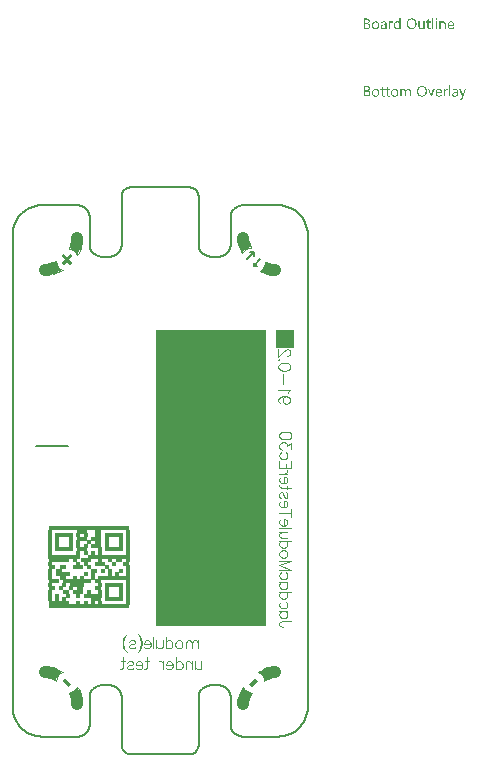
<source format=gbo>
G04*
G04 #@! TF.GenerationSoftware,Altium Limited,Altium Designer,21.9.2 (33)*
G04*
G04 Layer_Color=32896*
%FSLAX44Y44*%
%MOMM*%
G71*
G04*
G04 #@! TF.SameCoordinates,2EA8CFF5-2370-4CCC-882B-FB9061A37F0A*
G04*
G04*
G04 #@! TF.FilePolarity,Positive*
G04*
G01*
G75*
%ADD12C,0.2000*%
%ADD15C,0.1000*%
%ADD79C,1.0000*%
%ADD80R,6.9000X0.3000*%
%ADD81R,0.3000X0.3000*%
%ADD82R,0.6000X0.3000*%
%ADD83R,0.9000X0.3000*%
%ADD84R,1.5000X0.3000*%
%ADD85R,0.3000X0.3000*%
%ADD86R,1.5000X0.3000*%
%ADD87R,0.3000X0.3000*%
%ADD88R,0.9000X0.3000*%
%ADD89R,0.3000X0.3000*%
%ADD90R,3.6000X0.3000*%
%ADD91R,2.7000X0.3000*%
%ADD92R,1.8000X0.3000*%
%ADD93R,0.6000X0.3000*%
%ADD94R,0.9000X0.3000*%
%ADD95R,0.6000X0.3000*%
%ADD96R,0.6000X0.3000*%
%ADD97R,1.2000X0.3000*%
%ADD98R,2.7000X0.3000*%
%ADD99R,2.4000X0.3000*%
%ADD100R,1.5000X0.3000*%
%ADD101R,1.2000X0.3000*%
%ADD102R,1.5755X1.5047*%
%ADD103R,9.3759X25.1859*%
G36*
X564991Y274449D02*
X565054Y274449D01*
X565195Y274386D01*
X565274Y274339D01*
X565353Y274276D01*
X565368Y274261D01*
X565384Y274245D01*
X565463Y274151D01*
X565526Y273993D01*
X565541Y273899D01*
X565557Y273805D01*
X565557Y273789D01*
X565557Y273757D01*
X565541Y273710D01*
X565526Y273647D01*
X565478Y273490D01*
X565416Y273412D01*
X565353Y273333D01*
X565337Y273333D01*
X565321Y273302D01*
X565227Y273239D01*
X565085Y273176D01*
X564991Y273160D01*
X564897Y273144D01*
X564850Y273144D01*
X564802Y273160D01*
X564739Y273160D01*
X564582Y273223D01*
X564504Y273254D01*
X564425Y273317D01*
X564425Y273333D01*
X564394Y273349D01*
X564362Y273396D01*
X564331Y273443D01*
X564268Y273600D01*
X564252Y273694D01*
X564236Y273805D01*
X564236Y273820D01*
X564236Y273852D01*
X564252Y273899D01*
X564268Y273978D01*
X564315Y274119D01*
X564362Y274198D01*
X564425Y274276D01*
X564441Y274292D01*
X564456Y274308D01*
X564551Y274371D01*
X564708Y274433D01*
X564802Y274465D01*
X564944Y274465D01*
X564991Y274449D01*
X564991Y274449D02*
G37*
G36*
X534536Y265141D02*
X533514Y265141D01*
X533514Y266211D01*
X533483Y266211D01*
X533483Y266195D01*
X533451Y266163D01*
X533404Y266101D01*
X533357Y266022D01*
X533279Y265928D01*
X533184Y265833D01*
X533074Y265723D01*
X532948Y265613D01*
X532807Y265487D01*
X532634Y265377D01*
X532461Y265283D01*
X532257Y265189D01*
X532052Y265110D01*
X531816Y265047D01*
X531565Y265016D01*
X531297Y265000D01*
X531188Y265000D01*
X531093Y265016D01*
X530999Y265031D01*
X530873Y265047D01*
X530606Y265110D01*
X530291Y265204D01*
X529977Y265361D01*
X529804Y265456D01*
X529662Y265566D01*
X529505Y265707D01*
X529364Y265849D01*
X529364Y265865D01*
X529332Y265896D01*
X529301Y265943D01*
X529254Y266006D01*
X529206Y266085D01*
X529143Y266195D01*
X529081Y266321D01*
X529018Y266462D01*
X528939Y266619D01*
X528876Y266792D01*
X528813Y266981D01*
X528766Y267185D01*
X528719Y267405D01*
X528688Y267657D01*
X528672Y267909D01*
X528656Y268176D01*
X528656Y268192D01*
X528656Y268239D01*
X528656Y268333D01*
X528672Y268443D01*
X528688Y268569D01*
X528703Y268726D01*
X528719Y268899D01*
X528750Y269088D01*
X528845Y269497D01*
X528986Y269921D01*
X529081Y270126D01*
X529191Y270330D01*
X529301Y270519D01*
X529442Y270707D01*
X529458Y270723D01*
X529474Y270754D01*
X529521Y270802D01*
X529584Y270865D01*
X529662Y270927D01*
X529772Y271006D01*
X529883Y271100D01*
X530008Y271195D01*
X530323Y271368D01*
X530684Y271525D01*
X530889Y271572D01*
X531109Y271619D01*
X531329Y271651D01*
X531581Y271666D01*
X531706Y271666D01*
X531801Y271651D01*
X531895Y271635D01*
X532021Y271619D01*
X532304Y271541D01*
X532618Y271415D01*
X532775Y271336D01*
X532933Y271226D01*
X533090Y271116D01*
X533231Y270975D01*
X533357Y270817D01*
X533483Y270629D01*
X533514Y270629D01*
X533514Y274591D01*
X534536Y274591D01*
X534536Y265141D01*
X534536Y265141D02*
G37*
G36*
X570777Y271651D02*
X570966Y271635D01*
X571202Y271588D01*
X571453Y271509D01*
X571720Y271383D01*
X571988Y271210D01*
X572098Y271116D01*
X572208Y270990D01*
X572239Y270959D01*
X572302Y270865D01*
X572381Y270707D01*
X572491Y270487D01*
X572585Y270220D01*
X572679Y269890D01*
X572742Y269497D01*
X572758Y269041D01*
X572758Y265141D01*
X571736Y265141D01*
X571736Y268773D01*
X571736Y268789D01*
X571736Y268868D01*
X571720Y268962D01*
X571720Y269088D01*
X571689Y269245D01*
X571657Y269418D01*
X571610Y269607D01*
X571547Y269795D01*
X571469Y269984D01*
X571374Y270157D01*
X571249Y270330D01*
X571107Y270487D01*
X570950Y270613D01*
X570746Y270707D01*
X570525Y270786D01*
X570258Y270802D01*
X570227Y270802D01*
X570132Y270786D01*
X569991Y270770D01*
X569818Y270723D01*
X569613Y270660D01*
X569393Y270550D01*
X569189Y270408D01*
X568985Y270220D01*
X568969Y270188D01*
X568906Y270126D01*
X568827Y270000D01*
X568733Y269827D01*
X568639Y269622D01*
X568560Y269371D01*
X568497Y269088D01*
X568481Y268773D01*
X568481Y265141D01*
X567459Y265141D01*
X567459Y271525D01*
X568481Y271525D01*
X568481Y270456D01*
X568513Y270456D01*
X568529Y270471D01*
X568544Y270503D01*
X568591Y270566D01*
X568654Y270644D01*
X568717Y270739D01*
X568812Y270833D01*
X568922Y270943D01*
X569048Y271069D01*
X569189Y271179D01*
X569346Y271289D01*
X569519Y271383D01*
X569708Y271478D01*
X569897Y271556D01*
X570117Y271619D01*
X570353Y271651D01*
X570604Y271666D01*
X570698Y271666D01*
X570777Y271651D01*
X570777Y271651D02*
G37*
G36*
X527603Y271619D02*
X527791Y271603D01*
X527901Y271572D01*
X527980Y271541D01*
X527980Y270487D01*
X527964Y270503D01*
X527933Y270519D01*
X527870Y270550D01*
X527791Y270597D01*
X527681Y270629D01*
X527540Y270660D01*
X527383Y270676D01*
X527210Y270692D01*
X527178Y270692D01*
X527100Y270676D01*
X526974Y270660D01*
X526832Y270613D01*
X526644Y270534D01*
X526471Y270424D01*
X526282Y270267D01*
X526109Y270063D01*
X526093Y270031D01*
X526046Y269953D01*
X525968Y269811D01*
X525889Y269622D01*
X525810Y269387D01*
X525732Y269088D01*
X525685Y268758D01*
X525669Y268380D01*
X525669Y265141D01*
X524647Y265141D01*
X524647Y271525D01*
X525669Y271525D01*
X525669Y270204D01*
X525700Y270204D01*
X525700Y270220D01*
X525716Y270236D01*
X525747Y270314D01*
X525795Y270440D01*
X525873Y270597D01*
X525952Y270754D01*
X526078Y270927D01*
X526203Y271100D01*
X526361Y271257D01*
X526376Y271273D01*
X526439Y271320D01*
X526534Y271383D01*
X526659Y271446D01*
X526801Y271509D01*
X526974Y271572D01*
X527163Y271619D01*
X527367Y271635D01*
X527508Y271635D01*
X527603Y271619D01*
X527603Y271619D02*
G37*
G36*
X554881Y265141D02*
X553859Y265141D01*
X553859Y266148D01*
X553828Y266148D01*
X553828Y266132D01*
X553797Y266101D01*
X553765Y266038D01*
X553702Y265975D01*
X553561Y265786D01*
X553341Y265582D01*
X553215Y265472D01*
X553073Y265361D01*
X552916Y265267D01*
X552727Y265173D01*
X552539Y265110D01*
X552334Y265047D01*
X552099Y265016D01*
X551863Y265000D01*
X551768Y265000D01*
X551658Y265016D01*
X551501Y265047D01*
X551328Y265079D01*
X551139Y265141D01*
X550935Y265220D01*
X550731Y265346D01*
X550510Y265487D01*
X550306Y265660D01*
X550117Y265880D01*
X549944Y266148D01*
X549787Y266446D01*
X549677Y266808D01*
X549614Y267232D01*
X549583Y267453D01*
X549583Y267704D01*
X549583Y271525D01*
X550589Y271525D01*
X550589Y267861D01*
X550589Y267846D01*
X550589Y267783D01*
X550605Y267673D01*
X550621Y267547D01*
X550636Y267390D01*
X550668Y267232D01*
X550715Y267044D01*
X550778Y266855D01*
X550872Y266667D01*
X550966Y266494D01*
X551092Y266321D01*
X551250Y266163D01*
X551422Y266038D01*
X551627Y265943D01*
X551878Y265865D01*
X552146Y265849D01*
X552177Y265849D01*
X552271Y265865D01*
X552413Y265880D01*
X552570Y265912D01*
X552775Y265991D01*
X552979Y266085D01*
X553183Y266211D01*
X553372Y266399D01*
X553388Y266431D01*
X553451Y266494D01*
X553529Y266619D01*
X553624Y266792D01*
X553702Y266997D01*
X553781Y267248D01*
X553844Y267531D01*
X553859Y267846D01*
X553859Y271525D01*
X554881Y271525D01*
X554881Y265141D01*
X554881Y265141D02*
G37*
G36*
X565384Y265141D02*
X564362Y265141D01*
X564362Y271525D01*
X565384Y271525D01*
X565384Y265141D01*
X565384Y265141D02*
G37*
G36*
X562287Y265141D02*
X561265Y265141D01*
X561265Y274591D01*
X562287Y274591D01*
X562287Y265141D01*
X562287Y265141D02*
G37*
G36*
X520685Y271651D02*
X520826Y271635D01*
X520999Y271588D01*
X521188Y271541D01*
X521392Y271462D01*
X521612Y271368D01*
X521817Y271242D01*
X522021Y271085D01*
X522210Y270896D01*
X522383Y270660D01*
X522524Y270393D01*
X522634Y270078D01*
X522697Y269717D01*
X522729Y269292D01*
X522729Y265141D01*
X521707Y265141D01*
X521707Y266132D01*
X521675Y266132D01*
X521675Y266116D01*
X521644Y266085D01*
X521612Y266022D01*
X521549Y265959D01*
X521392Y265770D01*
X521188Y265566D01*
X520905Y265361D01*
X520575Y265173D01*
X520370Y265110D01*
X520166Y265047D01*
X519946Y265016D01*
X519710Y265000D01*
X519616Y265000D01*
X519553Y265016D01*
X519380Y265031D01*
X519175Y265063D01*
X518924Y265126D01*
X518688Y265204D01*
X518436Y265330D01*
X518216Y265487D01*
X518201Y265519D01*
X518138Y265582D01*
X518043Y265692D01*
X517949Y265849D01*
X517855Y266038D01*
X517760Y266258D01*
X517697Y266525D01*
X517682Y266824D01*
X517682Y266840D01*
X517682Y266902D01*
X517697Y266997D01*
X517713Y267107D01*
X517745Y267248D01*
X517792Y267405D01*
X517855Y267578D01*
X517949Y267751D01*
X518059Y267940D01*
X518201Y268129D01*
X518373Y268302D01*
X518578Y268459D01*
X518814Y268616D01*
X519097Y268742D01*
X519411Y268836D01*
X519789Y268915D01*
X521707Y269182D01*
X521707Y269198D01*
X521707Y269245D01*
X521691Y269339D01*
X521691Y269434D01*
X521660Y269559D01*
X521644Y269701D01*
X521549Y270000D01*
X521471Y270141D01*
X521392Y270283D01*
X521282Y270424D01*
X521156Y270550D01*
X520999Y270660D01*
X520826Y270739D01*
X520622Y270786D01*
X520386Y270802D01*
X520276Y270802D01*
X520197Y270786D01*
X520087Y270786D01*
X519977Y270754D01*
X519694Y270707D01*
X519380Y270613D01*
X519034Y270471D01*
X518845Y270377D01*
X518672Y270283D01*
X518484Y270157D01*
X518311Y270015D01*
X518311Y271069D01*
X518326Y271069D01*
X518358Y271100D01*
X518405Y271132D01*
X518484Y271163D01*
X518562Y271210D01*
X518672Y271257D01*
X518798Y271305D01*
X518940Y271368D01*
X519254Y271478D01*
X519631Y271572D01*
X520040Y271635D01*
X520480Y271666D01*
X520575Y271666D01*
X520685Y271651D01*
X520685Y271651D02*
G37*
G36*
X506236Y274056D02*
X506346Y274056D01*
X506456Y274040D01*
X506707Y274009D01*
X507006Y273930D01*
X507321Y273836D01*
X507619Y273694D01*
X507887Y273506D01*
X507902Y273506D01*
X507918Y273474D01*
X507997Y273412D01*
X508107Y273286D01*
X508232Y273113D01*
X508343Y272893D01*
X508453Y272641D01*
X508531Y272358D01*
X508563Y272201D01*
X508563Y272028D01*
X508563Y272012D01*
X508563Y271996D01*
X508563Y271902D01*
X508547Y271761D01*
X508516Y271588D01*
X508468Y271368D01*
X508390Y271147D01*
X508295Y270927D01*
X508154Y270707D01*
X508138Y270676D01*
X508075Y270613D01*
X507981Y270519D01*
X507855Y270393D01*
X507698Y270267D01*
X507509Y270126D01*
X507273Y270015D01*
X507022Y269905D01*
X507022Y269890D01*
X507069Y269890D01*
X507116Y269874D01*
X507163Y269858D01*
X507336Y269827D01*
X507541Y269764D01*
X507761Y269669D01*
X507997Y269559D01*
X508232Y269402D01*
X508453Y269198D01*
X508484Y269166D01*
X508547Y269088D01*
X508625Y268978D01*
X508736Y268805D01*
X508830Y268585D01*
X508924Y268333D01*
X508987Y268034D01*
X509003Y267704D01*
X509003Y267689D01*
X509003Y267657D01*
X509003Y267594D01*
X508987Y267516D01*
X508971Y267421D01*
X508956Y267311D01*
X508893Y267044D01*
X508798Y266745D01*
X508657Y266431D01*
X508563Y266289D01*
X508453Y266132D01*
X508311Y265991D01*
X508170Y265849D01*
X508154Y265849D01*
X508138Y265818D01*
X508091Y265786D01*
X508028Y265739D01*
X507949Y265692D01*
X507839Y265629D01*
X507604Y265503D01*
X507305Y265361D01*
X506959Y265252D01*
X506550Y265173D01*
X506346Y265157D01*
X506110Y265141D01*
X503500Y265141D01*
X503500Y274072D01*
X506157Y274072D01*
X506236Y274056D01*
X506236Y274056D02*
G37*
G36*
X558293Y271525D02*
X559913Y271525D01*
X559913Y270644D01*
X558293Y270644D01*
X558293Y267044D01*
X558293Y267012D01*
X558293Y266934D01*
X558309Y266824D01*
X558325Y266682D01*
X558388Y266383D01*
X558435Y266242D01*
X558513Y266132D01*
X558529Y266116D01*
X558560Y266085D01*
X558608Y266053D01*
X558686Y266006D01*
X558781Y265943D01*
X558906Y265912D01*
X559064Y265880D01*
X559237Y265865D01*
X559300Y265865D01*
X559378Y265880D01*
X559472Y265896D01*
X559692Y265959D01*
X559803Y266006D01*
X559913Y266069D01*
X559913Y265189D01*
X559897Y265189D01*
X559850Y265157D01*
X559771Y265141D01*
X559661Y265110D01*
X559520Y265079D01*
X559362Y265047D01*
X559174Y265031D01*
X558954Y265016D01*
X558875Y265016D01*
X558796Y265031D01*
X558686Y265047D01*
X558560Y265079D01*
X558419Y265110D01*
X558278Y265173D01*
X558120Y265252D01*
X557963Y265346D01*
X557806Y265472D01*
X557664Y265613D01*
X557538Y265802D01*
X557429Y266006D01*
X557350Y266258D01*
X557287Y266541D01*
X557271Y266871D01*
X557271Y270644D01*
X556186Y270644D01*
X556186Y271525D01*
X557271Y271525D01*
X557271Y273081D01*
X558293Y273412D01*
X558293Y271525D01*
X558293Y271525D02*
G37*
G36*
X577412Y271651D02*
X577522Y271635D01*
X577632Y271619D01*
X577915Y271572D01*
X578229Y271462D01*
X578544Y271320D01*
X578701Y271226D01*
X578858Y271116D01*
X579000Y270990D01*
X579141Y270849D01*
X579157Y270833D01*
X579173Y270817D01*
X579204Y270770D01*
X579251Y270707D01*
X579299Y270613D01*
X579361Y270519D01*
X579424Y270408D01*
X579487Y270267D01*
X579550Y270110D01*
X579613Y269953D01*
X579676Y269764D01*
X579723Y269559D01*
X579770Y269339D01*
X579802Y269119D01*
X579833Y268868D01*
X579833Y268600D01*
X579833Y268066D01*
X575321Y268066D01*
X575321Y268050D01*
X575321Y268019D01*
X575321Y267971D01*
X575336Y267893D01*
X575352Y267799D01*
X575352Y267704D01*
X575399Y267453D01*
X575478Y267201D01*
X575572Y266918D01*
X575714Y266651D01*
X575887Y266415D01*
X575918Y266383D01*
X575981Y266321D01*
X576107Y266242D01*
X576280Y266132D01*
X576500Y266022D01*
X576752Y265943D01*
X577050Y265880D01*
X577396Y265849D01*
X577506Y265849D01*
X577585Y265865D01*
X577679Y265865D01*
X577789Y265880D01*
X578056Y265943D01*
X578355Y266022D01*
X578685Y266148D01*
X579031Y266321D01*
X579204Y266431D01*
X579377Y266556D01*
X579377Y265597D01*
X579361Y265597D01*
X579346Y265566D01*
X579299Y265550D01*
X579220Y265503D01*
X579141Y265456D01*
X579047Y265409D01*
X578921Y265361D01*
X578796Y265299D01*
X578638Y265236D01*
X578465Y265189D01*
X578088Y265094D01*
X577648Y265031D01*
X577160Y265000D01*
X577035Y265000D01*
X576940Y265016D01*
X576830Y265031D01*
X576689Y265047D01*
X576390Y265110D01*
X576044Y265204D01*
X575698Y265361D01*
X575525Y265472D01*
X575352Y265582D01*
X575195Y265707D01*
X575038Y265865D01*
X575022Y265880D01*
X575006Y265912D01*
X574975Y265959D01*
X574912Y266022D01*
X574865Y266116D01*
X574802Y266226D01*
X574723Y266352D01*
X574660Y266494D01*
X574582Y266651D01*
X574519Y266840D01*
X574440Y267044D01*
X574393Y267264D01*
X574346Y267500D01*
X574299Y267751D01*
X574283Y268019D01*
X574267Y268302D01*
X574267Y268317D01*
X574267Y268365D01*
X574267Y268443D01*
X574283Y268553D01*
X574299Y268679D01*
X574314Y268820D01*
X574330Y268993D01*
X574377Y269166D01*
X574472Y269544D01*
X574613Y269953D01*
X574708Y270157D01*
X574833Y270346D01*
X574959Y270550D01*
X575101Y270723D01*
X575116Y270739D01*
X575148Y270770D01*
X575195Y270817D01*
X575258Y270865D01*
X575336Y270943D01*
X575431Y271022D01*
X575557Y271100D01*
X575682Y271195D01*
X575981Y271368D01*
X576343Y271525D01*
X576547Y271572D01*
X576752Y271619D01*
X576972Y271651D01*
X577207Y271666D01*
X577333Y271666D01*
X577412Y271651D01*
X577412Y271651D02*
G37*
G36*
X544284Y274213D02*
X544442Y274198D01*
X544630Y274166D01*
X544835Y274119D01*
X545055Y274072D01*
X545275Y274009D01*
X545527Y273930D01*
X545762Y273820D01*
X546014Y273694D01*
X546265Y273553D01*
X546501Y273380D01*
X546737Y273191D01*
X546957Y272971D01*
X546973Y272956D01*
X547004Y272908D01*
X547067Y272845D01*
X547130Y272751D01*
X547225Y272625D01*
X547319Y272468D01*
X547413Y272295D01*
X547523Y272106D01*
X547633Y271871D01*
X547728Y271635D01*
X547822Y271368D01*
X547916Y271069D01*
X547979Y270770D01*
X548042Y270440D01*
X548074Y270078D01*
X548089Y269717D01*
X548089Y269685D01*
X548089Y269622D01*
X548089Y269512D01*
X548074Y269355D01*
X548058Y269166D01*
X548026Y268962D01*
X547995Y268726D01*
X547948Y268459D01*
X547885Y268192D01*
X547806Y267909D01*
X547712Y267626D01*
X547602Y267343D01*
X547460Y267044D01*
X547303Y266777D01*
X547130Y266509D01*
X546926Y266258D01*
X546910Y266242D01*
X546879Y266211D01*
X546800Y266148D01*
X546721Y266069D01*
X546596Y265959D01*
X546454Y265865D01*
X546297Y265739D01*
X546108Y265629D01*
X545904Y265519D01*
X545668Y265393D01*
X545416Y265299D01*
X545133Y265204D01*
X544835Y265110D01*
X544520Y265047D01*
X544190Y265016D01*
X543828Y265000D01*
X543750Y265000D01*
X543640Y265016D01*
X543514Y265016D01*
X543357Y265031D01*
X543168Y265063D01*
X542964Y265110D01*
X542728Y265157D01*
X542492Y265220D01*
X542240Y265299D01*
X541989Y265409D01*
X541737Y265519D01*
X541486Y265660D01*
X541234Y265833D01*
X540998Y266022D01*
X540778Y266242D01*
X540762Y266258D01*
X540731Y266305D01*
X540668Y266368D01*
X540605Y266462D01*
X540511Y266588D01*
X540417Y266745D01*
X540322Y266918D01*
X540212Y267122D01*
X540102Y267343D01*
X540008Y267578D01*
X539913Y267846D01*
X539819Y268144D01*
X539756Y268443D01*
X539693Y268773D01*
X539662Y269135D01*
X539646Y269497D01*
X539646Y269528D01*
X539646Y269591D01*
X539662Y269701D01*
X539662Y269858D01*
X539678Y270031D01*
X539709Y270251D01*
X539741Y270487D01*
X539788Y270739D01*
X539851Y271006D01*
X539929Y271289D01*
X540024Y271572D01*
X540134Y271855D01*
X540275Y272138D01*
X540432Y272421D01*
X540605Y272688D01*
X540810Y272940D01*
X540825Y272956D01*
X540857Y273003D01*
X540936Y273066D01*
X541030Y273144D01*
X541140Y273239D01*
X541281Y273349D01*
X541454Y273459D01*
X541643Y273584D01*
X541863Y273710D01*
X542099Y273820D01*
X542351Y273930D01*
X542634Y274025D01*
X542948Y274103D01*
X543278Y274182D01*
X543624Y274213D01*
X543986Y274229D01*
X544159Y274229D01*
X544284Y274213D01*
X544284Y274213D02*
G37*
G36*
X513735Y271651D02*
X513845Y271635D01*
X513987Y271619D01*
X514301Y271556D01*
X514663Y271446D01*
X515025Y271289D01*
X515213Y271195D01*
X515386Y271085D01*
X515559Y270943D01*
X515716Y270786D01*
X515732Y270770D01*
X515748Y270739D01*
X515795Y270692D01*
X515842Y270629D01*
X515905Y270534D01*
X515968Y270424D01*
X516047Y270298D01*
X516125Y270157D01*
X516188Y269984D01*
X516267Y269811D01*
X516330Y269607D01*
X516393Y269387D01*
X516440Y269151D01*
X516487Y268899D01*
X516502Y268632D01*
X516518Y268349D01*
X516518Y268333D01*
X516518Y268286D01*
X516518Y268207D01*
X516502Y268097D01*
X516487Y267971D01*
X516471Y267814D01*
X516440Y267657D01*
X516408Y267468D01*
X516314Y267091D01*
X516157Y266682D01*
X516062Y266478D01*
X515937Y266273D01*
X515811Y266085D01*
X515653Y265912D01*
X515638Y265896D01*
X515606Y265880D01*
X515559Y265833D01*
X515496Y265770D01*
X515402Y265707D01*
X515308Y265629D01*
X515182Y265534D01*
X515040Y265456D01*
X514883Y265377D01*
X514710Y265283D01*
X514521Y265204D01*
X514317Y265141D01*
X514097Y265079D01*
X513861Y265047D01*
X513610Y265016D01*
X513342Y265000D01*
X513201Y265000D01*
X513106Y265016D01*
X512996Y265031D01*
X512855Y265047D01*
X512698Y265079D01*
X512525Y265110D01*
X512163Y265220D01*
X511786Y265377D01*
X511597Y265472D01*
X511424Y265597D01*
X511251Y265723D01*
X511078Y265880D01*
X511063Y265896D01*
X511047Y265928D01*
X511000Y265975D01*
X510952Y266038D01*
X510890Y266132D01*
X510811Y266242D01*
X510732Y266368D01*
X510670Y266509D01*
X510591Y266682D01*
X510512Y266855D01*
X510434Y267044D01*
X510371Y267264D01*
X510276Y267736D01*
X510261Y267987D01*
X510245Y268255D01*
X510245Y268270D01*
X510245Y268333D01*
X510245Y268412D01*
X510261Y268522D01*
X510276Y268648D01*
X510292Y268805D01*
X510324Y268978D01*
X510355Y269166D01*
X510449Y269575D01*
X510607Y269984D01*
X510717Y270188D01*
X510827Y270393D01*
X510952Y270581D01*
X511110Y270754D01*
X511125Y270770D01*
X511157Y270802D01*
X511204Y270833D01*
X511267Y270896D01*
X511361Y270959D01*
X511471Y271037D01*
X511597Y271132D01*
X511739Y271210D01*
X511896Y271289D01*
X512085Y271383D01*
X512273Y271462D01*
X512493Y271525D01*
X512713Y271588D01*
X512965Y271635D01*
X513232Y271651D01*
X513499Y271666D01*
X513641Y271666D01*
X513735Y271651D01*
X513735Y271651D02*
G37*
G36*
X541439Y214512D02*
X541580Y214481D01*
X541737Y214449D01*
X541910Y214386D01*
X542115Y214308D01*
X542303Y214198D01*
X542508Y214072D01*
X542696Y213899D01*
X542869Y213679D01*
X543027Y213427D01*
X543168Y213144D01*
X543262Y212783D01*
X543341Y212390D01*
X543357Y211934D01*
X543357Y208003D01*
X542335Y208003D01*
X542335Y211666D01*
X542335Y211682D01*
X542335Y211714D01*
X542335Y211761D01*
X542335Y211839D01*
X542319Y212028D01*
X542288Y212248D01*
X542256Y212500D01*
X542193Y212751D01*
X542115Y212987D01*
X542005Y213191D01*
X541989Y213207D01*
X541942Y213270D01*
X541863Y213349D01*
X541737Y213427D01*
X541596Y213522D01*
X541407Y213584D01*
X541171Y213647D01*
X540904Y213663D01*
X540873Y213663D01*
X540794Y213647D01*
X540668Y213632D01*
X540511Y213584D01*
X540338Y213522D01*
X540149Y213412D01*
X539961Y213270D01*
X539788Y213066D01*
X539772Y213034D01*
X539725Y212956D01*
X539646Y212830D01*
X539568Y212657D01*
X539473Y212452D01*
X539410Y212217D01*
X539347Y211934D01*
X539332Y211635D01*
X539332Y208003D01*
X538310Y208003D01*
X538310Y211792D01*
X538310Y211808D01*
X538310Y211871D01*
X538294Y211965D01*
X538294Y212091D01*
X538263Y212232D01*
X538231Y212390D01*
X538184Y212547D01*
X538137Y212735D01*
X538058Y212908D01*
X537964Y213066D01*
X537838Y213223D01*
X537697Y213364D01*
X537539Y213490D01*
X537335Y213584D01*
X537115Y213647D01*
X536863Y213663D01*
X536832Y213663D01*
X536753Y213647D01*
X536628Y213632D01*
X536470Y213600D01*
X536297Y213522D01*
X536109Y213427D01*
X535920Y213286D01*
X535747Y213097D01*
X535731Y213066D01*
X535684Y213003D01*
X535606Y212877D01*
X535527Y212704D01*
X535448Y212500D01*
X535370Y212248D01*
X535322Y211965D01*
X535307Y211635D01*
X535307Y208003D01*
X534285Y208003D01*
X534285Y214386D01*
X535307Y214386D01*
X535307Y213364D01*
X535338Y213364D01*
X535354Y213380D01*
X535370Y213412D01*
X535417Y213474D01*
X535464Y213553D01*
X535621Y213726D01*
X535841Y213946D01*
X536124Y214166D01*
X536455Y214339D01*
X536659Y214418D01*
X536863Y214481D01*
X537083Y214512D01*
X537319Y214528D01*
X537429Y214528D01*
X537555Y214512D01*
X537712Y214481D01*
X537885Y214433D01*
X538074Y214371D01*
X538263Y214292D01*
X538451Y214166D01*
X538467Y214151D01*
X538530Y214103D01*
X538609Y214025D01*
X538719Y213915D01*
X538829Y213773D01*
X538939Y213616D01*
X539049Y213427D01*
X539127Y213207D01*
X539143Y213223D01*
X539159Y213270D01*
X539206Y213333D01*
X539253Y213412D01*
X539332Y213522D01*
X539426Y213632D01*
X539536Y213742D01*
X539662Y213867D01*
X539803Y213993D01*
X539961Y214103D01*
X540134Y214229D01*
X540322Y214323D01*
X540527Y214402D01*
X540747Y214465D01*
X540998Y214512D01*
X541250Y214528D01*
X541344Y214528D01*
X541439Y214512D01*
X541439Y214512D02*
G37*
G36*
X574142Y214481D02*
X574330Y214465D01*
X574440Y214433D01*
X574519Y214402D01*
X574519Y213349D01*
X574503Y213364D01*
X574472Y213380D01*
X574409Y213412D01*
X574330Y213459D01*
X574220Y213490D01*
X574079Y213522D01*
X573922Y213537D01*
X573749Y213553D01*
X573717Y213553D01*
X573638Y213537D01*
X573513Y213522D01*
X573371Y213474D01*
X573182Y213396D01*
X573010Y213286D01*
X572821Y213129D01*
X572648Y212924D01*
X572632Y212893D01*
X572585Y212814D01*
X572506Y212673D01*
X572428Y212484D01*
X572349Y212248D01*
X572271Y211949D01*
X572223Y211619D01*
X572208Y211242D01*
X572208Y208003D01*
X571186Y208003D01*
X571186Y214386D01*
X572208Y214386D01*
X572208Y213066D01*
X572239Y213066D01*
X572239Y213081D01*
X572255Y213097D01*
X572286Y213176D01*
X572333Y213302D01*
X572412Y213459D01*
X572491Y213616D01*
X572617Y213789D01*
X572742Y213962D01*
X572900Y214119D01*
X572915Y214135D01*
X572978Y214182D01*
X573073Y214245D01*
X573198Y214308D01*
X573340Y214371D01*
X573513Y214433D01*
X573701Y214481D01*
X573906Y214496D01*
X574047Y214496D01*
X574142Y214481D01*
X574142Y214481D02*
G37*
G36*
X587364Y206981D02*
X587349Y206965D01*
X587333Y206902D01*
X587286Y206792D01*
X587223Y206667D01*
X587144Y206525D01*
X587034Y206352D01*
X586924Y206179D01*
X586798Y205990D01*
X586641Y205802D01*
X586484Y205629D01*
X586295Y205456D01*
X586091Y205314D01*
X585886Y205189D01*
X585650Y205079D01*
X585415Y205016D01*
X585147Y205000D01*
X585006Y205000D01*
X584912Y205016D01*
X584707Y205047D01*
X584487Y205094D01*
X584487Y206006D01*
X584503Y206006D01*
X584550Y205990D01*
X584613Y205975D01*
X584692Y205959D01*
X584880Y205912D01*
X585084Y205896D01*
X585116Y205896D01*
X585210Y205912D01*
X585352Y205943D01*
X585525Y206006D01*
X585713Y206116D01*
X585808Y206195D01*
X585902Y206289D01*
X585996Y206383D01*
X586091Y206509D01*
X586169Y206651D01*
X586248Y206808D01*
X586767Y208003D01*
X584267Y214386D01*
X585399Y214386D01*
X587128Y209465D01*
X587128Y209449D01*
X587144Y209418D01*
X587160Y209371D01*
X587176Y209308D01*
X587191Y209214D01*
X587223Y209119D01*
X587254Y208978D01*
X587301Y208978D01*
X587301Y209009D01*
X587333Y209104D01*
X587364Y209245D01*
X587427Y209449D01*
X589235Y214386D01*
X590289Y214386D01*
X587364Y206981D01*
X587364Y206981D02*
G37*
G36*
X560872Y208003D02*
X559865Y208003D01*
X557444Y214386D01*
X558560Y214386D01*
X560196Y209748D01*
X560211Y209732D01*
X560227Y209669D01*
X560258Y209559D01*
X560290Y209449D01*
X560321Y209308D01*
X560369Y209151D01*
X560416Y208852D01*
X560432Y208852D01*
X560432Y208868D01*
X560447Y208931D01*
X560463Y209025D01*
X560479Y209135D01*
X560510Y209277D01*
X560542Y209418D01*
X560636Y209717D01*
X562334Y214386D01*
X563403Y214386D01*
X560872Y208003D01*
X560872Y208003D02*
G37*
G36*
X581248Y214512D02*
X581390Y214496D01*
X581563Y214449D01*
X581751Y214402D01*
X581956Y214323D01*
X582176Y214229D01*
X582380Y214103D01*
X582585Y213946D01*
X582773Y213757D01*
X582946Y213522D01*
X583088Y213254D01*
X583198Y212940D01*
X583261Y212578D01*
X583292Y212154D01*
X583292Y208003D01*
X582270Y208003D01*
X582270Y208993D01*
X582239Y208993D01*
X582239Y208978D01*
X582207Y208946D01*
X582176Y208883D01*
X582113Y208820D01*
X581956Y208632D01*
X581751Y208427D01*
X581468Y208223D01*
X581138Y208034D01*
X580934Y207971D01*
X580729Y207909D01*
X580509Y207877D01*
X580273Y207861D01*
X580179Y207861D01*
X580116Y207877D01*
X579943Y207893D01*
X579739Y207924D01*
X579487Y207987D01*
X579251Y208066D01*
X579000Y208192D01*
X578780Y208349D01*
X578764Y208380D01*
X578701Y208443D01*
X578607Y208553D01*
X578512Y208710D01*
X578418Y208899D01*
X578324Y209119D01*
X578261Y209387D01*
X578245Y209685D01*
X578245Y209701D01*
X578245Y209764D01*
X578261Y209858D01*
X578277Y209968D01*
X578308Y210110D01*
X578355Y210267D01*
X578418Y210440D01*
X578512Y210613D01*
X578623Y210802D01*
X578764Y210990D01*
X578937Y211163D01*
X579141Y211320D01*
X579377Y211478D01*
X579660Y211603D01*
X579975Y211698D01*
X580352Y211776D01*
X582270Y212044D01*
X582270Y212059D01*
X582270Y212106D01*
X582254Y212201D01*
X582254Y212295D01*
X582223Y212421D01*
X582207Y212563D01*
X582113Y212861D01*
X582034Y213003D01*
X581956Y213144D01*
X581846Y213286D01*
X581720Y213412D01*
X581563Y213522D01*
X581390Y213600D01*
X581185Y213647D01*
X580950Y213663D01*
X580839Y213663D01*
X580761Y213647D01*
X580651Y213647D01*
X580541Y213616D01*
X580258Y213569D01*
X579943Y213474D01*
X579597Y213333D01*
X579409Y213239D01*
X579236Y213144D01*
X579047Y213018D01*
X578874Y212877D01*
X578874Y213930D01*
X578890Y213930D01*
X578921Y213962D01*
X578968Y213993D01*
X579047Y214025D01*
X579126Y214072D01*
X579236Y214119D01*
X579361Y214166D01*
X579503Y214229D01*
X579818Y214339D01*
X580195Y214433D01*
X580604Y214496D01*
X581044Y214528D01*
X581138Y214528D01*
X581248Y214512D01*
X581248Y214512D02*
G37*
G36*
X576642Y208003D02*
X575620Y208003D01*
X575620Y217452D01*
X576642Y217452D01*
X576642Y208003D01*
X576642Y208003D02*
G37*
G36*
X506236Y216918D02*
X506346Y216918D01*
X506456Y216902D01*
X506707Y216870D01*
X507006Y216792D01*
X507321Y216698D01*
X507619Y216556D01*
X507887Y216367D01*
X507902Y216367D01*
X507918Y216336D01*
X507997Y216273D01*
X508107Y216147D01*
X508232Y215974D01*
X508343Y215754D01*
X508453Y215503D01*
X508531Y215220D01*
X508563Y215062D01*
X508563Y214889D01*
X508563Y214874D01*
X508563Y214858D01*
X508563Y214764D01*
X508547Y214622D01*
X508516Y214449D01*
X508468Y214229D01*
X508390Y214009D01*
X508295Y213789D01*
X508154Y213569D01*
X508138Y213537D01*
X508075Y213474D01*
X507981Y213380D01*
X507855Y213254D01*
X507698Y213129D01*
X507509Y212987D01*
X507273Y212877D01*
X507022Y212767D01*
X507022Y212751D01*
X507069Y212751D01*
X507116Y212735D01*
X507163Y212720D01*
X507336Y212688D01*
X507541Y212625D01*
X507761Y212531D01*
X507997Y212421D01*
X508232Y212264D01*
X508453Y212059D01*
X508484Y212028D01*
X508547Y211949D01*
X508625Y211839D01*
X508736Y211666D01*
X508830Y211446D01*
X508924Y211195D01*
X508987Y210896D01*
X509003Y210566D01*
X509003Y210550D01*
X509003Y210519D01*
X509003Y210456D01*
X508987Y210377D01*
X508971Y210283D01*
X508956Y210173D01*
X508893Y209905D01*
X508798Y209607D01*
X508657Y209292D01*
X508563Y209151D01*
X508453Y208993D01*
X508311Y208852D01*
X508170Y208710D01*
X508154Y208710D01*
X508138Y208679D01*
X508091Y208648D01*
X508028Y208600D01*
X507949Y208553D01*
X507839Y208490D01*
X507604Y208365D01*
X507305Y208223D01*
X506959Y208113D01*
X506550Y208034D01*
X506346Y208019D01*
X506110Y208003D01*
X503500Y208003D01*
X503500Y216933D01*
X506157Y216933D01*
X506236Y216918D01*
X506236Y216918D02*
G37*
G36*
X523829Y214386D02*
X525449Y214386D01*
X525449Y213506D01*
X523829Y213506D01*
X523829Y209905D01*
X523829Y209874D01*
X523829Y209795D01*
X523845Y209685D01*
X523861Y209544D01*
X523924Y209245D01*
X523971Y209104D01*
X524049Y208993D01*
X524065Y208978D01*
X524097Y208946D01*
X524144Y208915D01*
X524222Y208868D01*
X524317Y208805D01*
X524442Y208773D01*
X524600Y208742D01*
X524773Y208726D01*
X524836Y208726D01*
X524914Y208742D01*
X525009Y208758D01*
X525229Y208820D01*
X525339Y208868D01*
X525449Y208931D01*
X525449Y208050D01*
X525433Y208050D01*
X525386Y208019D01*
X525307Y208003D01*
X525197Y207971D01*
X525056Y207940D01*
X524898Y207909D01*
X524710Y207893D01*
X524490Y207877D01*
X524411Y207877D01*
X524332Y207893D01*
X524222Y207909D01*
X524097Y207940D01*
X523955Y207971D01*
X523814Y208034D01*
X523656Y208113D01*
X523499Y208207D01*
X523342Y208333D01*
X523200Y208475D01*
X523075Y208663D01*
X522965Y208868D01*
X522886Y209119D01*
X522823Y209402D01*
X522807Y209732D01*
X522807Y213506D01*
X521722Y213506D01*
X521722Y214386D01*
X522807Y214386D01*
X522807Y215943D01*
X523829Y216273D01*
X523829Y214386D01*
X523829Y214386D02*
G37*
G36*
X519506Y214386D02*
X521125Y214386D01*
X521125Y213506D01*
X519506Y213506D01*
X519506Y209905D01*
X519506Y209874D01*
X519506Y209795D01*
X519521Y209685D01*
X519537Y209544D01*
X519600Y209245D01*
X519647Y209104D01*
X519726Y208993D01*
X519741Y208978D01*
X519773Y208946D01*
X519820Y208915D01*
X519899Y208868D01*
X519993Y208805D01*
X520119Y208773D01*
X520276Y208742D01*
X520449Y208726D01*
X520512Y208726D01*
X520590Y208742D01*
X520685Y208758D01*
X520905Y208820D01*
X521015Y208868D01*
X521125Y208931D01*
X521125Y208050D01*
X521109Y208050D01*
X521062Y208019D01*
X520984Y208003D01*
X520873Y207971D01*
X520732Y207940D01*
X520575Y207909D01*
X520386Y207893D01*
X520166Y207877D01*
X520087Y207877D01*
X520009Y207893D01*
X519899Y207909D01*
X519773Y207940D01*
X519631Y207971D01*
X519490Y208034D01*
X519333Y208113D01*
X519175Y208207D01*
X519018Y208333D01*
X518877Y208475D01*
X518751Y208663D01*
X518641Y208868D01*
X518562Y209119D01*
X518499Y209402D01*
X518484Y209732D01*
X518484Y213506D01*
X517399Y213506D01*
X517399Y214386D01*
X518484Y214386D01*
X518484Y215943D01*
X519506Y216273D01*
X519506Y214386D01*
X519506Y214386D02*
G37*
G36*
X567224Y214512D02*
X567334Y214496D01*
X567444Y214481D01*
X567727Y214433D01*
X568041Y214323D01*
X568356Y214182D01*
X568513Y214088D01*
X568670Y213978D01*
X568812Y213852D01*
X568953Y213710D01*
X568969Y213694D01*
X568985Y213679D01*
X569016Y213632D01*
X569063Y213569D01*
X569110Y213474D01*
X569173Y213380D01*
X569236Y213270D01*
X569299Y213129D01*
X569362Y212971D01*
X569425Y212814D01*
X569488Y212625D01*
X569535Y212421D01*
X569582Y212201D01*
X569613Y211981D01*
X569645Y211729D01*
X569645Y211462D01*
X569645Y210927D01*
X565133Y210927D01*
X565133Y210912D01*
X565133Y210880D01*
X565133Y210833D01*
X565148Y210754D01*
X565164Y210660D01*
X565164Y210566D01*
X565211Y210314D01*
X565290Y210063D01*
X565384Y209780D01*
X565526Y209512D01*
X565699Y209277D01*
X565730Y209245D01*
X565793Y209182D01*
X565919Y209104D01*
X566092Y208993D01*
X566312Y208883D01*
X566563Y208805D01*
X566862Y208742D01*
X567208Y208710D01*
X567318Y208710D01*
X567397Y208726D01*
X567491Y208726D01*
X567601Y208742D01*
X567868Y208805D01*
X568167Y208883D01*
X568497Y209009D01*
X568843Y209182D01*
X569016Y209292D01*
X569189Y209418D01*
X569189Y208459D01*
X569173Y208459D01*
X569157Y208427D01*
X569110Y208412D01*
X569032Y208365D01*
X568953Y208317D01*
X568859Y208270D01*
X568733Y208223D01*
X568607Y208160D01*
X568450Y208097D01*
X568277Y208050D01*
X567900Y207956D01*
X567459Y207893D01*
X566972Y207861D01*
X566846Y207861D01*
X566752Y207877D01*
X566642Y207893D01*
X566500Y207909D01*
X566202Y207971D01*
X565856Y208066D01*
X565510Y208223D01*
X565337Y208333D01*
X565164Y208443D01*
X565007Y208569D01*
X564850Y208726D01*
X564834Y208742D01*
X564818Y208773D01*
X564787Y208820D01*
X564724Y208883D01*
X564677Y208978D01*
X564614Y209088D01*
X564535Y209214D01*
X564472Y209355D01*
X564394Y209512D01*
X564331Y209701D01*
X564252Y209905D01*
X564205Y210126D01*
X564158Y210361D01*
X564111Y210613D01*
X564095Y210880D01*
X564079Y211163D01*
X564079Y211179D01*
X564079Y211226D01*
X564079Y211305D01*
X564095Y211415D01*
X564111Y211541D01*
X564126Y211682D01*
X564142Y211855D01*
X564189Y212028D01*
X564283Y212405D01*
X564425Y212814D01*
X564519Y213018D01*
X564645Y213207D01*
X564771Y213412D01*
X564912Y213584D01*
X564928Y213600D01*
X564960Y213632D01*
X565007Y213679D01*
X565070Y213726D01*
X565148Y213805D01*
X565243Y213883D01*
X565368Y213962D01*
X565494Y214056D01*
X565793Y214229D01*
X566155Y214386D01*
X566359Y214433D01*
X566563Y214481D01*
X566783Y214512D01*
X567019Y214528D01*
X567145Y214528D01*
X567224Y214512D01*
X567224Y214512D02*
G37*
G36*
X552963Y217075D02*
X553120Y217059D01*
X553309Y217028D01*
X553513Y216980D01*
X553734Y216933D01*
X553954Y216870D01*
X554205Y216792D01*
X554441Y216682D01*
X554693Y216556D01*
X554944Y216415D01*
X555180Y216242D01*
X555416Y216053D01*
X555636Y215833D01*
X555652Y215817D01*
X555683Y215770D01*
X555746Y215707D01*
X555809Y215613D01*
X555903Y215487D01*
X555998Y215330D01*
X556092Y215157D01*
X556202Y214968D01*
X556312Y214732D01*
X556407Y214496D01*
X556501Y214229D01*
X556595Y213930D01*
X556658Y213632D01*
X556721Y213302D01*
X556752Y212940D01*
X556768Y212578D01*
X556768Y212547D01*
X556768Y212484D01*
X556768Y212374D01*
X556752Y212217D01*
X556737Y212028D01*
X556705Y211824D01*
X556674Y211588D01*
X556627Y211320D01*
X556564Y211053D01*
X556485Y210770D01*
X556391Y210487D01*
X556281Y210204D01*
X556139Y209905D01*
X555982Y209638D01*
X555809Y209371D01*
X555605Y209119D01*
X555589Y209104D01*
X555558Y209072D01*
X555479Y209009D01*
X555400Y208931D01*
X555275Y208820D01*
X555133Y208726D01*
X554976Y208600D01*
X554787Y208490D01*
X554583Y208380D01*
X554347Y208255D01*
X554095Y208160D01*
X553812Y208066D01*
X553513Y207971D01*
X553199Y207909D01*
X552869Y207877D01*
X552507Y207861D01*
X552429Y207861D01*
X552319Y207877D01*
X552193Y207877D01*
X552036Y207893D01*
X551847Y207924D01*
X551643Y207971D01*
X551407Y208019D01*
X551171Y208081D01*
X550919Y208160D01*
X550668Y208270D01*
X550416Y208380D01*
X550165Y208522D01*
X549913Y208695D01*
X549677Y208883D01*
X549457Y209104D01*
X549441Y209119D01*
X549410Y209166D01*
X549347Y209229D01*
X549284Y209324D01*
X549190Y209449D01*
X549095Y209607D01*
X549001Y209780D01*
X548891Y209984D01*
X548781Y210204D01*
X548687Y210440D01*
X548592Y210707D01*
X548498Y211006D01*
X548435Y211305D01*
X548372Y211635D01*
X548341Y211996D01*
X548325Y212358D01*
X548325Y212390D01*
X548325Y212452D01*
X548341Y212563D01*
X548341Y212720D01*
X548357Y212893D01*
X548388Y213113D01*
X548419Y213349D01*
X548467Y213600D01*
X548530Y213867D01*
X548608Y214151D01*
X548702Y214433D01*
X548812Y214716D01*
X548954Y215000D01*
X549111Y215282D01*
X549284Y215550D01*
X549489Y215801D01*
X549504Y215817D01*
X549536Y215864D01*
X549614Y215927D01*
X549709Y216006D01*
X549819Y216100D01*
X549960Y216210D01*
X550133Y216320D01*
X550322Y216446D01*
X550542Y216572D01*
X550778Y216682D01*
X551029Y216792D01*
X551312Y216886D01*
X551627Y216965D01*
X551957Y217043D01*
X552303Y217075D01*
X552664Y217091D01*
X552837Y217091D01*
X552963Y217075D01*
X552963Y217075D02*
G37*
G36*
X529867Y214512D02*
X529977Y214496D01*
X530118Y214481D01*
X530433Y214418D01*
X530794Y214308D01*
X531156Y214151D01*
X531345Y214056D01*
X531518Y213946D01*
X531691Y213805D01*
X531848Y213647D01*
X531864Y213632D01*
X531879Y213600D01*
X531926Y213553D01*
X531974Y213490D01*
X532037Y213396D01*
X532099Y213286D01*
X532178Y213160D01*
X532257Y213018D01*
X532319Y212845D01*
X532398Y212673D01*
X532461Y212468D01*
X532524Y212248D01*
X532571Y212012D01*
X532618Y211761D01*
X532634Y211493D01*
X532650Y211210D01*
X532650Y211195D01*
X532650Y211147D01*
X532650Y211069D01*
X532634Y210959D01*
X532618Y210833D01*
X532603Y210676D01*
X532571Y210519D01*
X532540Y210330D01*
X532445Y209953D01*
X532288Y209544D01*
X532194Y209339D01*
X532068Y209135D01*
X531942Y208946D01*
X531785Y208773D01*
X531769Y208758D01*
X531738Y208742D01*
X531691Y208695D01*
X531628Y208632D01*
X531533Y208569D01*
X531439Y208490D01*
X531313Y208396D01*
X531172Y208317D01*
X531015Y208239D01*
X530842Y208144D01*
X530653Y208066D01*
X530448Y208003D01*
X530228Y207940D01*
X529992Y207909D01*
X529741Y207877D01*
X529474Y207861D01*
X529332Y207861D01*
X529238Y207877D01*
X529128Y207893D01*
X528986Y207909D01*
X528829Y207940D01*
X528656Y207971D01*
X528294Y208081D01*
X527917Y208239D01*
X527729Y208333D01*
X527556Y208459D01*
X527383Y208585D01*
X527210Y208742D01*
X527194Y208758D01*
X527178Y208789D01*
X527131Y208836D01*
X527084Y208899D01*
X527021Y208993D01*
X526942Y209104D01*
X526864Y209229D01*
X526801Y209371D01*
X526722Y209544D01*
X526644Y209717D01*
X526565Y209905D01*
X526502Y210126D01*
X526408Y210597D01*
X526392Y210849D01*
X526376Y211116D01*
X526376Y211132D01*
X526376Y211195D01*
X526376Y211273D01*
X526392Y211383D01*
X526408Y211509D01*
X526423Y211666D01*
X526455Y211839D01*
X526486Y212028D01*
X526581Y212437D01*
X526738Y212845D01*
X526848Y213050D01*
X526958Y213254D01*
X527084Y213443D01*
X527241Y213616D01*
X527257Y213632D01*
X527288Y213663D01*
X527335Y213694D01*
X527398Y213757D01*
X527493Y213820D01*
X527603Y213899D01*
X527729Y213993D01*
X527870Y214072D01*
X528027Y214151D01*
X528216Y214245D01*
X528405Y214323D01*
X528625Y214386D01*
X528845Y214449D01*
X529096Y214496D01*
X529364Y214512D01*
X529631Y214528D01*
X529772Y214528D01*
X529867Y214512D01*
X529867Y214512D02*
G37*
G36*
X513735Y214512D02*
X513845Y214496D01*
X513987Y214481D01*
X514301Y214418D01*
X514663Y214308D01*
X515025Y214151D01*
X515213Y214056D01*
X515386Y213946D01*
X515559Y213805D01*
X515716Y213647D01*
X515732Y213632D01*
X515748Y213600D01*
X515795Y213553D01*
X515842Y213490D01*
X515905Y213396D01*
X515968Y213286D01*
X516047Y213160D01*
X516125Y213018D01*
X516188Y212845D01*
X516267Y212673D01*
X516330Y212468D01*
X516393Y212248D01*
X516440Y212012D01*
X516487Y211761D01*
X516502Y211493D01*
X516518Y211210D01*
X516518Y211195D01*
X516518Y211147D01*
X516518Y211069D01*
X516502Y210959D01*
X516487Y210833D01*
X516471Y210676D01*
X516440Y210519D01*
X516408Y210330D01*
X516314Y209953D01*
X516157Y209544D01*
X516062Y209339D01*
X515937Y209135D01*
X515811Y208946D01*
X515653Y208773D01*
X515638Y208758D01*
X515606Y208742D01*
X515559Y208695D01*
X515496Y208632D01*
X515402Y208569D01*
X515308Y208490D01*
X515182Y208396D01*
X515040Y208317D01*
X514883Y208239D01*
X514710Y208144D01*
X514521Y208066D01*
X514317Y208003D01*
X514097Y207940D01*
X513861Y207909D01*
X513610Y207877D01*
X513342Y207861D01*
X513201Y207861D01*
X513106Y207877D01*
X512996Y207893D01*
X512855Y207909D01*
X512698Y207940D01*
X512525Y207971D01*
X512163Y208081D01*
X511786Y208239D01*
X511597Y208333D01*
X511424Y208459D01*
X511251Y208585D01*
X511078Y208742D01*
X511063Y208758D01*
X511047Y208789D01*
X511000Y208836D01*
X510952Y208899D01*
X510890Y208993D01*
X510811Y209104D01*
X510732Y209229D01*
X510670Y209371D01*
X510591Y209544D01*
X510512Y209717D01*
X510434Y209905D01*
X510371Y210126D01*
X510276Y210597D01*
X510261Y210849D01*
X510245Y211116D01*
X510245Y211132D01*
X510245Y211195D01*
X510245Y211273D01*
X510261Y211383D01*
X510276Y211509D01*
X510292Y211666D01*
X510324Y211839D01*
X510355Y212028D01*
X510449Y212437D01*
X510607Y212845D01*
X510717Y213050D01*
X510827Y213254D01*
X510952Y213443D01*
X511110Y213616D01*
X511125Y213632D01*
X511157Y213663D01*
X511204Y213694D01*
X511267Y213757D01*
X511361Y213820D01*
X511471Y213899D01*
X511597Y213993D01*
X511739Y214072D01*
X511896Y214151D01*
X512085Y214245D01*
X512273Y214323D01*
X512493Y214386D01*
X512713Y214449D01*
X512965Y214496D01*
X513232Y214512D01*
X513499Y214528D01*
X513641Y214528D01*
X513735Y214512D01*
X513735Y214512D02*
G37*
G36*
X407790Y80634D02*
X403867Y79918D01*
X405702Y86079D01*
X407790Y80634D01*
X407790Y80634D02*
G37*
G36*
X257516Y78514D02*
X253636Y79434D01*
X256006Y84761D01*
X257516Y78514D01*
X257516Y78514D02*
G37*
G36*
X404117Y80765D02*
X400203Y75470D01*
X397900Y82394D01*
X404117Y80765D01*
X404117Y80765D02*
G37*
G36*
X260942Y73880D02*
X257310Y79372D01*
X263604Y80674D01*
X260942Y73880D01*
X260942Y73880D02*
G37*
G36*
X252096Y72027D02*
X254981Y74913D01*
X256905Y72989D01*
X254020Y70103D01*
X256905Y67218D01*
X254981Y65294D01*
X252096Y68180D01*
X249190Y65274D01*
X247267Y67198D01*
X250172Y70103D01*
X247286Y72989D01*
X249210Y74913D01*
X252096Y72027D01*
X252096Y72027D02*
G37*
G36*
X243486Y64484D02*
X237239Y65994D01*
X242566Y68364D01*
X243486Y64484D01*
X243486Y64484D02*
G37*
G36*
X426079Y65702D02*
X419919Y63867D01*
X420634Y67790D01*
X426079Y65702D01*
X426079Y65702D02*
G37*
G36*
X248120Y61058D02*
X241327Y58396D01*
X242628Y64689D01*
X248120Y61058D01*
X248120Y61058D02*
G37*
G36*
X422394Y57900D02*
X415471Y60203D01*
X420765Y64117D01*
X422394Y57900D01*
X422394Y57900D02*
G37*
G36*
X419372Y-282685D02*
X413880Y-279054D01*
X420674Y-276392D01*
X419372Y-282685D01*
X419372Y-282685D02*
G37*
G36*
X248120Y-279054D02*
X242628Y-282685D01*
X241326Y-276392D01*
X248120Y-279054D01*
X248120Y-279054D02*
G37*
G36*
X424762Y-283991D02*
X419434Y-286361D01*
X418514Y-282481D01*
X424762Y-283991D01*
X424762Y-283991D02*
G37*
G36*
X242566Y-286361D02*
X237238Y-283991D01*
X243486Y-282481D01*
X242566Y-286361D01*
X242566Y-286361D02*
G37*
G36*
X413580Y-286533D02*
X408327Y-291787D01*
X406196Y-289656D01*
X411450Y-284403D01*
X413580Y-286533D01*
X413580Y-286533D02*
G37*
G36*
X255595Y-289704D02*
X253465Y-291835D01*
X248211Y-286581D01*
X250342Y-284451D01*
X255595Y-289704D01*
X255595Y-289704D02*
G37*
G36*
X404690Y-297376D02*
X398396Y-298678D01*
X401059Y-291884D01*
X404690Y-297376D01*
X404690Y-297376D02*
G37*
G36*
X263604Y-298678D02*
X257310Y-297376D01*
X260941Y-291884D01*
X263604Y-298678D01*
X263604Y-298678D02*
G37*
G36*
X408365Y-297438D02*
X405994Y-302766D01*
X404484Y-296518D01*
X408365Y-297438D01*
X408365Y-297438D02*
G37*
G36*
X256006Y-302766D02*
X253635Y-297438D01*
X257516Y-296518D01*
X256006Y-302766D01*
X256006Y-302766D02*
G37*
%LPC*%
G36*
X531706Y270802D02*
X531612Y270802D01*
X531549Y270786D01*
X531376Y270770D01*
X531172Y270723D01*
X530936Y270629D01*
X530684Y270503D01*
X530448Y270346D01*
X530338Y270236D01*
X530228Y270110D01*
X530213Y270078D01*
X530150Y269984D01*
X530055Y269827D01*
X529961Y269622D01*
X529867Y269355D01*
X529772Y269025D01*
X529710Y268648D01*
X529694Y268223D01*
X529694Y268207D01*
X529694Y268176D01*
X529694Y268113D01*
X529710Y268034D01*
X529710Y267956D01*
X529725Y267846D01*
X529757Y267594D01*
X529820Y267311D01*
X529914Y267028D01*
X530040Y266745D01*
X530213Y266478D01*
X530244Y266446D01*
X530307Y266383D01*
X530417Y266273D01*
X530574Y266163D01*
X530779Y266053D01*
X531015Y265943D01*
X531282Y265880D01*
X531596Y265849D01*
X531675Y265849D01*
X531738Y265865D01*
X531895Y265880D01*
X532084Y265928D01*
X532304Y266006D01*
X532540Y266101D01*
X532760Y266258D01*
X532980Y266462D01*
X532996Y266494D01*
X533058Y266572D01*
X533153Y266714D01*
X533247Y266887D01*
X533341Y267107D01*
X533436Y267374D01*
X533499Y267689D01*
X533514Y268019D01*
X533514Y268962D01*
X533514Y268978D01*
X533514Y268993D01*
X533514Y269088D01*
X533483Y269229D01*
X533451Y269418D01*
X533389Y269622D01*
X533294Y269842D01*
X533168Y270063D01*
X532996Y270267D01*
X532980Y270283D01*
X532901Y270346D01*
X532791Y270440D01*
X532650Y270534D01*
X532461Y270629D01*
X532241Y270723D01*
X531989Y270786D01*
X531706Y270802D01*
X531706Y270802D02*
G37*
G36*
X521707Y268365D02*
X520166Y268144D01*
X520135Y268144D01*
X520056Y268129D01*
X519930Y268097D01*
X519773Y268066D01*
X519600Y268019D01*
X519411Y267956D01*
X519254Y267893D01*
X519097Y267799D01*
X519081Y267783D01*
X519034Y267751D01*
X518987Y267689D01*
X518924Y267594D01*
X518845Y267468D01*
X518798Y267311D01*
X518751Y267122D01*
X518735Y266902D01*
X518735Y266887D01*
X518735Y266824D01*
X518751Y266745D01*
X518782Y266635D01*
X518814Y266509D01*
X518877Y266383D01*
X518955Y266258D01*
X519065Y266132D01*
X519081Y266116D01*
X519128Y266085D01*
X519207Y266038D01*
X519301Y265991D01*
X519427Y265943D01*
X519584Y265896D01*
X519757Y265865D01*
X519962Y265849D01*
X519993Y265849D01*
X520087Y265865D01*
X520229Y265880D01*
X520402Y265912D01*
X520590Y265975D01*
X520811Y266069D01*
X521015Y266211D01*
X521204Y266383D01*
X521219Y266415D01*
X521282Y266478D01*
X521361Y266588D01*
X521455Y266745D01*
X521549Y266950D01*
X521628Y267170D01*
X521691Y267437D01*
X521707Y267720D01*
X521707Y268365D01*
X521707Y268365D02*
G37*
G36*
X505748Y273129D02*
X504553Y273129D01*
X504553Y270236D01*
X505764Y270236D01*
X505921Y270251D01*
X506110Y270283D01*
X506330Y270330D01*
X506566Y270408D01*
X506770Y270503D01*
X506975Y270644D01*
X506990Y270660D01*
X507053Y270723D01*
X507132Y270817D01*
X507226Y270959D01*
X507305Y271116D01*
X507383Y271320D01*
X507446Y271556D01*
X507462Y271824D01*
X507462Y271839D01*
X507462Y271886D01*
X507446Y271949D01*
X507431Y272028D01*
X507368Y272232D01*
X507321Y272358D01*
X507242Y272484D01*
X507163Y272594D01*
X507038Y272720D01*
X506912Y272830D01*
X506739Y272924D01*
X506550Y273003D01*
X506314Y273066D01*
X506047Y273113D01*
X505748Y273129D01*
X505748Y273129D02*
G37*
G36*
X505748Y269292D02*
X504553Y269292D01*
X504553Y266085D01*
X506126Y266085D01*
X506283Y266101D01*
X506503Y266132D01*
X506723Y266195D01*
X506959Y266258D01*
X507195Y266368D01*
X507399Y266509D01*
X507415Y266525D01*
X507478Y266588D01*
X507556Y266682D01*
X507651Y266824D01*
X507745Y266997D01*
X507824Y267201D01*
X507887Y267453D01*
X507902Y267720D01*
X507902Y267736D01*
X507902Y267783D01*
X507887Y267861D01*
X507871Y267971D01*
X507839Y268082D01*
X507792Y268223D01*
X507729Y268365D01*
X507635Y268506D01*
X507525Y268648D01*
X507383Y268789D01*
X507211Y268931D01*
X506990Y269041D01*
X506754Y269151D01*
X506456Y269229D01*
X506126Y269277D01*
X505748Y269292D01*
X505748Y269292D02*
G37*
G36*
X577192Y270802D02*
X577066Y270802D01*
X576940Y270770D01*
X576767Y270739D01*
X576579Y270676D01*
X576358Y270581D01*
X576154Y270456D01*
X575950Y270283D01*
X575934Y270267D01*
X575871Y270188D01*
X575793Y270078D01*
X575682Y269921D01*
X575572Y269732D01*
X575478Y269497D01*
X575399Y269229D01*
X575336Y268931D01*
X578780Y268931D01*
X578780Y268946D01*
X578780Y268978D01*
X578780Y269009D01*
X578780Y269072D01*
X578764Y269245D01*
X578733Y269434D01*
X578670Y269669D01*
X578607Y269890D01*
X578497Y270110D01*
X578355Y270314D01*
X578340Y270330D01*
X578277Y270393D01*
X578182Y270471D01*
X578056Y270566D01*
X577884Y270644D01*
X577679Y270723D01*
X577459Y270786D01*
X577192Y270802D01*
X577192Y270802D02*
G37*
G36*
X543907Y273270D02*
X543765Y273270D01*
X543671Y273254D01*
X543545Y273239D01*
X543420Y273223D01*
X543262Y273191D01*
X543089Y273144D01*
X542728Y273018D01*
X542539Y272940D01*
X542335Y272845D01*
X542146Y272720D01*
X541957Y272578D01*
X541785Y272421D01*
X541612Y272248D01*
X541596Y272232D01*
X541580Y272201D01*
X541533Y272138D01*
X541470Y272059D01*
X541407Y271965D01*
X541344Y271839D01*
X541266Y271698D01*
X541187Y271541D01*
X541093Y271352D01*
X541014Y271163D01*
X540951Y270943D01*
X540888Y270707D01*
X540825Y270456D01*
X540778Y270173D01*
X540762Y269890D01*
X540747Y269591D01*
X540747Y269575D01*
X540747Y269512D01*
X540747Y269434D01*
X540762Y269324D01*
X540778Y269182D01*
X540794Y269009D01*
X540825Y268836D01*
X540857Y268648D01*
X540951Y268223D01*
X541108Y267767D01*
X541203Y267547D01*
X541313Y267343D01*
X541454Y267122D01*
X541596Y266934D01*
X541612Y266918D01*
X541643Y266887D01*
X541690Y266840D01*
X541753Y266777D01*
X541832Y266698D01*
X541942Y266619D01*
X542067Y266525D01*
X542193Y266431D01*
X542351Y266336D01*
X542523Y266242D01*
X542901Y266085D01*
X543121Y266022D01*
X543341Y265975D01*
X543577Y265943D01*
X543828Y265928D01*
X543970Y265928D01*
X544080Y265943D01*
X544190Y265959D01*
X544347Y265975D01*
X544505Y266006D01*
X544677Y266053D01*
X545039Y266163D01*
X545243Y266242D01*
X545432Y266336D01*
X545621Y266446D01*
X545810Y266572D01*
X545982Y266714D01*
X546155Y266887D01*
X546171Y266902D01*
X546187Y266934D01*
X546234Y266981D01*
X546281Y267060D01*
X546360Y267170D01*
X546423Y267280D01*
X546501Y267421D01*
X546580Y267578D01*
X546659Y267767D01*
X546737Y267971D01*
X546816Y268192D01*
X546879Y268428D01*
X546926Y268679D01*
X546973Y268962D01*
X546989Y269261D01*
X547004Y269575D01*
X547004Y269591D01*
X547004Y269654D01*
X547004Y269748D01*
X546989Y269858D01*
X546973Y270015D01*
X546957Y270188D01*
X546941Y270377D01*
X546894Y270581D01*
X546800Y271006D01*
X546659Y271462D01*
X546564Y271682D01*
X546454Y271902D01*
X546313Y272106D01*
X546171Y272295D01*
X546155Y272311D01*
X546140Y272342D01*
X546092Y272390D01*
X546014Y272452D01*
X545935Y272515D01*
X545841Y272610D01*
X545715Y272688D01*
X545589Y272783D01*
X545432Y272877D01*
X545259Y272956D01*
X545070Y273050D01*
X544866Y273113D01*
X544646Y273176D01*
X544426Y273223D01*
X544174Y273254D01*
X543907Y273270D01*
X543907Y273270D02*
G37*
G36*
X513421Y270802D02*
X513327Y270802D01*
X513264Y270786D01*
X513075Y270770D01*
X512855Y270723D01*
X512603Y270644D01*
X512336Y270519D01*
X512085Y270346D01*
X511959Y270251D01*
X511849Y270126D01*
X511817Y270094D01*
X511754Y270000D01*
X511676Y269858D01*
X511566Y269654D01*
X511456Y269387D01*
X511377Y269072D01*
X511314Y268710D01*
X511283Y268286D01*
X511283Y268270D01*
X511283Y268239D01*
X511283Y268176D01*
X511298Y268097D01*
X511298Y268003D01*
X511314Y267893D01*
X511361Y267641D01*
X511424Y267358D01*
X511534Y267060D01*
X511676Y266761D01*
X511864Y266494D01*
X511896Y266462D01*
X511974Y266399D01*
X512100Y266289D01*
X512273Y266179D01*
X512493Y266053D01*
X512761Y265943D01*
X513075Y265880D01*
X513421Y265849D01*
X513515Y265849D01*
X513578Y265865D01*
X513767Y265880D01*
X513987Y265928D01*
X514223Y266006D01*
X514490Y266116D01*
X514726Y266273D01*
X514946Y266478D01*
X514962Y266509D01*
X515025Y266604D01*
X515119Y266745D01*
X515213Y266950D01*
X515308Y267217D01*
X515402Y267531D01*
X515465Y267893D01*
X515481Y268317D01*
X515481Y268333D01*
X515481Y268365D01*
X515481Y268428D01*
X515481Y268522D01*
X515465Y268616D01*
X515449Y268726D01*
X515418Y268993D01*
X515355Y269292D01*
X515261Y269591D01*
X515119Y269890D01*
X514946Y270157D01*
X514915Y270188D01*
X514852Y270251D01*
X514726Y270361D01*
X514553Y270487D01*
X514333Y270597D01*
X514081Y270707D01*
X513767Y270770D01*
X513421Y270802D01*
X513421Y270802D02*
G37*
G36*
X582270Y211226D02*
X580729Y211006D01*
X580698Y211006D01*
X580619Y210990D01*
X580494Y210959D01*
X580336Y210927D01*
X580163Y210880D01*
X579975Y210817D01*
X579818Y210754D01*
X579660Y210660D01*
X579645Y210644D01*
X579597Y210613D01*
X579550Y210550D01*
X579487Y210456D01*
X579409Y210330D01*
X579361Y210173D01*
X579314Y209984D01*
X579299Y209764D01*
X579299Y209748D01*
X579299Y209685D01*
X579314Y209607D01*
X579346Y209497D01*
X579377Y209371D01*
X579440Y209245D01*
X579519Y209119D01*
X579629Y208993D01*
X579645Y208978D01*
X579692Y208946D01*
X579770Y208899D01*
X579865Y208852D01*
X579990Y208805D01*
X580148Y208758D01*
X580321Y208726D01*
X580525Y208710D01*
X580556Y208710D01*
X580651Y208726D01*
X580792Y208742D01*
X580965Y208773D01*
X581154Y208836D01*
X581374Y208931D01*
X581578Y209072D01*
X581767Y209245D01*
X581783Y209277D01*
X581846Y209339D01*
X581924Y209449D01*
X582019Y209607D01*
X582113Y209811D01*
X582192Y210031D01*
X582254Y210298D01*
X582270Y210581D01*
X582270Y211226D01*
X582270Y211226D02*
G37*
G36*
X505748Y215990D02*
X504553Y215990D01*
X504553Y213097D01*
X505764Y213097D01*
X505921Y213113D01*
X506110Y213144D01*
X506330Y213191D01*
X506566Y213270D01*
X506770Y213364D01*
X506975Y213506D01*
X506990Y213522D01*
X507053Y213584D01*
X507132Y213679D01*
X507226Y213820D01*
X507305Y213978D01*
X507383Y214182D01*
X507446Y214418D01*
X507462Y214685D01*
X507462Y214701D01*
X507462Y214748D01*
X507446Y214811D01*
X507431Y214889D01*
X507368Y215094D01*
X507321Y215220D01*
X507242Y215345D01*
X507163Y215455D01*
X507038Y215581D01*
X506912Y215691D01*
X506739Y215786D01*
X506550Y215864D01*
X506314Y215927D01*
X506047Y215974D01*
X505748Y215990D01*
X505748Y215990D02*
G37*
G36*
X505748Y212154D02*
X504553Y212154D01*
X504553Y208946D01*
X506126Y208946D01*
X506283Y208962D01*
X506503Y208993D01*
X506723Y209056D01*
X506959Y209119D01*
X507195Y209229D01*
X507399Y209371D01*
X507415Y209387D01*
X507478Y209449D01*
X507556Y209544D01*
X507651Y209685D01*
X507745Y209858D01*
X507824Y210063D01*
X507887Y210314D01*
X507902Y210581D01*
X507902Y210597D01*
X507902Y210644D01*
X507887Y210723D01*
X507871Y210833D01*
X507839Y210943D01*
X507792Y211085D01*
X507729Y211226D01*
X507635Y211368D01*
X507525Y211509D01*
X507383Y211651D01*
X507211Y211792D01*
X506990Y211902D01*
X506754Y212012D01*
X506456Y212091D01*
X506126Y212138D01*
X505748Y212154D01*
X505748Y212154D02*
G37*
G36*
X567004Y213663D02*
X566878Y213663D01*
X566752Y213632D01*
X566579Y213600D01*
X566390Y213537D01*
X566170Y213443D01*
X565966Y213317D01*
X565761Y213144D01*
X565746Y213129D01*
X565683Y213050D01*
X565604Y212940D01*
X565494Y212783D01*
X565384Y212594D01*
X565290Y212358D01*
X565211Y212091D01*
X565148Y211792D01*
X568591Y211792D01*
X568591Y211808D01*
X568591Y211839D01*
X568591Y211871D01*
X568591Y211934D01*
X568576Y212106D01*
X568544Y212295D01*
X568481Y212531D01*
X568419Y212751D01*
X568308Y212971D01*
X568167Y213176D01*
X568151Y213191D01*
X568088Y213254D01*
X567994Y213333D01*
X567868Y213427D01*
X567695Y213506D01*
X567491Y213584D01*
X567271Y213647D01*
X567004Y213663D01*
X567004Y213663D02*
G37*
G36*
X552586Y216131D02*
X552444Y216131D01*
X552350Y216116D01*
X552224Y216100D01*
X552099Y216084D01*
X551941Y216053D01*
X551768Y216006D01*
X551407Y215880D01*
X551218Y215801D01*
X551014Y215707D01*
X550825Y215581D01*
X550636Y215440D01*
X550463Y215282D01*
X550290Y215110D01*
X550275Y215094D01*
X550259Y215062D01*
X550212Y215000D01*
X550149Y214921D01*
X550086Y214827D01*
X550023Y214701D01*
X549944Y214559D01*
X549866Y214402D01*
X549772Y214213D01*
X549693Y214025D01*
X549630Y213805D01*
X549567Y213569D01*
X549504Y213317D01*
X549457Y213034D01*
X549441Y212751D01*
X549426Y212452D01*
X549426Y212437D01*
X549426Y212374D01*
X549426Y212295D01*
X549441Y212185D01*
X549457Y212044D01*
X549473Y211871D01*
X549504Y211698D01*
X549536Y211509D01*
X549630Y211085D01*
X549787Y210629D01*
X549882Y210408D01*
X549992Y210204D01*
X550133Y209984D01*
X550275Y209795D01*
X550290Y209780D01*
X550322Y209748D01*
X550369Y209701D01*
X550432Y209638D01*
X550510Y209559D01*
X550621Y209481D01*
X550746Y209387D01*
X550872Y209292D01*
X551029Y209198D01*
X551202Y209104D01*
X551580Y208946D01*
X551800Y208883D01*
X552020Y208836D01*
X552256Y208805D01*
X552507Y208789D01*
X552649Y208789D01*
X552759Y208805D01*
X552869Y208820D01*
X553026Y208836D01*
X553183Y208868D01*
X553356Y208915D01*
X553718Y209025D01*
X553922Y209104D01*
X554111Y209198D01*
X554300Y209308D01*
X554488Y209434D01*
X554661Y209575D01*
X554834Y209748D01*
X554850Y209764D01*
X554866Y209795D01*
X554913Y209842D01*
X554960Y209921D01*
X555039Y210031D01*
X555102Y210141D01*
X555180Y210283D01*
X555259Y210440D01*
X555337Y210629D01*
X555416Y210833D01*
X555495Y211053D01*
X555558Y211289D01*
X555605Y211541D01*
X555652Y211824D01*
X555667Y212122D01*
X555683Y212437D01*
X555683Y212452D01*
X555683Y212515D01*
X555683Y212610D01*
X555667Y212720D01*
X555652Y212877D01*
X555636Y213050D01*
X555620Y213239D01*
X555573Y213443D01*
X555479Y213867D01*
X555337Y214323D01*
X555243Y214543D01*
X555133Y214764D01*
X554991Y214968D01*
X554850Y215157D01*
X554834Y215172D01*
X554818Y215204D01*
X554771Y215251D01*
X554693Y215314D01*
X554614Y215377D01*
X554520Y215471D01*
X554394Y215550D01*
X554268Y215644D01*
X554111Y215739D01*
X553938Y215817D01*
X553749Y215911D01*
X553545Y215974D01*
X553325Y216037D01*
X553105Y216084D01*
X552853Y216116D01*
X552586Y216131D01*
X552586Y216131D02*
G37*
G36*
X529552Y213663D02*
X529458Y213663D01*
X529395Y213647D01*
X529206Y213632D01*
X528986Y213584D01*
X528735Y213506D01*
X528467Y213380D01*
X528216Y213207D01*
X528090Y213113D01*
X527980Y212987D01*
X527949Y212956D01*
X527886Y212861D01*
X527807Y212720D01*
X527697Y212515D01*
X527587Y212248D01*
X527508Y211934D01*
X527445Y211572D01*
X527414Y211147D01*
X527414Y211132D01*
X527414Y211100D01*
X527414Y211037D01*
X527430Y210959D01*
X527430Y210864D01*
X527445Y210754D01*
X527493Y210503D01*
X527556Y210220D01*
X527666Y209921D01*
X527807Y209622D01*
X527996Y209355D01*
X528027Y209324D01*
X528106Y209261D01*
X528232Y209151D01*
X528405Y209041D01*
X528625Y208915D01*
X528892Y208805D01*
X529206Y208742D01*
X529552Y208710D01*
X529647Y208710D01*
X529710Y208726D01*
X529898Y208742D01*
X530118Y208789D01*
X530354Y208868D01*
X530621Y208978D01*
X530857Y209135D01*
X531077Y209339D01*
X531093Y209371D01*
X531156Y209465D01*
X531250Y209607D01*
X531345Y209811D01*
X531439Y210078D01*
X531533Y210393D01*
X531596Y210754D01*
X531612Y211179D01*
X531612Y211195D01*
X531612Y211226D01*
X531612Y211289D01*
X531612Y211383D01*
X531596Y211478D01*
X531581Y211588D01*
X531549Y211855D01*
X531486Y212154D01*
X531392Y212452D01*
X531250Y212751D01*
X531077Y213018D01*
X531046Y213050D01*
X530983Y213113D01*
X530857Y213223D01*
X530684Y213349D01*
X530464Y213459D01*
X530213Y213569D01*
X529898Y213632D01*
X529552Y213663D01*
X529552Y213663D02*
G37*
G36*
X513421Y213663D02*
X513327Y213663D01*
X513264Y213647D01*
X513075Y213632D01*
X512855Y213584D01*
X512603Y213506D01*
X512336Y213380D01*
X512085Y213207D01*
X511959Y213113D01*
X511849Y212987D01*
X511817Y212956D01*
X511754Y212861D01*
X511676Y212720D01*
X511566Y212515D01*
X511456Y212248D01*
X511377Y211934D01*
X511314Y211572D01*
X511283Y211147D01*
X511283Y211132D01*
X511283Y211100D01*
X511283Y211037D01*
X511298Y210959D01*
X511298Y210864D01*
X511314Y210754D01*
X511361Y210503D01*
X511424Y210220D01*
X511534Y209921D01*
X511676Y209622D01*
X511864Y209355D01*
X511896Y209324D01*
X511974Y209261D01*
X512100Y209151D01*
X512273Y209041D01*
X512493Y208915D01*
X512761Y208805D01*
X513075Y208742D01*
X513421Y208710D01*
X513515Y208710D01*
X513578Y208726D01*
X513767Y208742D01*
X513987Y208789D01*
X514223Y208868D01*
X514490Y208978D01*
X514726Y209135D01*
X514946Y209339D01*
X514962Y209371D01*
X515025Y209465D01*
X515119Y209607D01*
X515213Y209811D01*
X515308Y210078D01*
X515402Y210393D01*
X515465Y210754D01*
X515481Y211179D01*
X515481Y211195D01*
X515481Y211226D01*
X515481Y211289D01*
X515481Y211383D01*
X515465Y211478D01*
X515449Y211588D01*
X515418Y211855D01*
X515355Y212154D01*
X515261Y212452D01*
X515119Y212751D01*
X514946Y213018D01*
X514915Y213050D01*
X514852Y213113D01*
X514726Y213223D01*
X514553Y213349D01*
X514333Y213459D01*
X514081Y213569D01*
X513767Y213632D01*
X513421Y213663D01*
X513421Y213663D02*
G37*
%LPD*%
D12*
X212421Y-325728D02*
X214272Y-327579D01*
X216305Y-329225D01*
X218500Y-330651D01*
X220832Y-331839D01*
X223275Y-332776D01*
X225802Y-333454D01*
X228387Y-333863D01*
X231000Y-334000D01*
X231035Y-333998D02*
X261336Y-333998D01*
X261330Y-334000D02*
X263918Y-333659D01*
X266330Y-332660D01*
X268401Y-331071D01*
X269990Y-329000D01*
X270989Y-326588D01*
X271330Y-324000D01*
X271336Y-323998D02*
X271336Y-300478D01*
X271330Y-300480D02*
X271671Y-297892D01*
X272670Y-295480D01*
X274259Y-293409D01*
X276330Y-291820D01*
X278742Y-290821D01*
X281330Y-290480D01*
X281336Y-290498D02*
X288336Y-290498D01*
X288330Y-290500D02*
X290918Y-290841D01*
X293330Y-291840D01*
X295401Y-293429D01*
X296990Y-295500D01*
X297989Y-297912D01*
X298330Y-300500D01*
X298336Y-300498D02*
X298336Y-340998D01*
X298330Y-341000D02*
X298722Y-343472D01*
X299858Y-345702D01*
X301628Y-347472D01*
X303858Y-348609D01*
X306330Y-349000D01*
X306336Y-348998D02*
X355736Y-348998D01*
X355730Y-349000D02*
X358202Y-348609D01*
X360432Y-347472D01*
X362202Y-345702D01*
X363339Y-343472D01*
X363730Y-341000D01*
X363736Y-340980D02*
X363736Y-300480D01*
X363730Y-300500D02*
X364071Y-297912D01*
X365070Y-295500D01*
X366659Y-293429D01*
X368730Y-291840D01*
X371142Y-290841D01*
X373730Y-290500D01*
X373436Y-290498D02*
X380736Y-290498D01*
X380730Y-290480D02*
X383318Y-290821D01*
X385730Y-291820D01*
X387801Y-293409D01*
X389390Y-295480D01*
X390389Y-297892D01*
X390730Y-300480D01*
X390736Y-300478D02*
X390736Y-323998D01*
X390730Y-324000D02*
X391071Y-326588D01*
X392070Y-329000D01*
X393659Y-331071D01*
X395730Y-332660D01*
X398142Y-333659D01*
X400730Y-334000D01*
X400735Y-333998D02*
X431036Y-333998D01*
X431000Y-334000D02*
X433613Y-333863D01*
X436198Y-333454D01*
X438725Y-332776D01*
X441168Y-331839D01*
X443500Y-330651D01*
X445695Y-329225D01*
X447728Y-327579D01*
X449579Y-325728D01*
X451225Y-323695D01*
X452651Y-321500D01*
X453839Y-319168D01*
X454776Y-316725D01*
X455454Y-314198D01*
X455863Y-311613D01*
X456000Y-309000D01*
X456000Y-309000D02*
X456000Y91000D01*
X456000Y91000D02*
X455863Y93613D01*
X455454Y96198D01*
X454776Y98725D01*
X453839Y101168D01*
X452651Y103500D01*
X451225Y105695D01*
X449579Y107728D01*
X447728Y109579D01*
X445695Y111225D01*
X443500Y112651D01*
X441168Y113839D01*
X438725Y114776D01*
X436198Y115454D01*
X433613Y115863D01*
X431000Y116000D01*
X431000Y116000D02*
X400700Y116000D01*
X400700Y116000D02*
X398112Y115659D01*
X395700Y114660D01*
X393629Y113071D01*
X392040Y111000D01*
X391041Y108588D01*
X390700Y106000D01*
X390700Y106000D02*
X390700Y82480D01*
X390700Y82480D02*
X390359Y79892D01*
X389360Y77480D01*
X387771Y75409D01*
X385700Y73820D01*
X383288Y72821D01*
X380700Y72480D01*
X380700Y72500D02*
X373700Y72500D01*
X373700Y72500D02*
X371112Y72841D01*
X368700Y73840D01*
X366629Y75429D01*
X365040Y77500D01*
X364041Y79912D01*
X363700Y82500D01*
X363700Y82500D02*
X363700Y123000D01*
X363700Y123000D02*
X363308Y125472D01*
X362172Y127702D01*
X360402Y129472D01*
X358172Y130609D01*
X355700Y131000D01*
X355700Y131000D02*
X306300Y131000D01*
X306300Y131000D02*
X303828Y130609D01*
X301598Y129472D01*
X299828Y127702D01*
X298692Y125472D01*
X298300Y123000D01*
X298300Y122982D02*
X298300Y82482D01*
X298300Y82500D02*
X297959Y79912D01*
X296960Y77500D01*
X295371Y75429D01*
X293300Y73840D01*
X290888Y72841D01*
X288300Y72500D01*
X288600Y72500D02*
X281300Y72500D01*
X281300Y72480D02*
X278712Y72821D01*
X276300Y73820D01*
X274229Y75409D01*
X272640Y77480D01*
X271641Y79892D01*
X271300Y82480D01*
X271300Y82480D02*
X271300Y106000D01*
X271300Y106000D02*
X270959Y108588D01*
X269960Y111000D01*
X268371Y113071D01*
X266300Y114660D01*
X263888Y115659D01*
X261300Y116000D01*
X261300Y116000D02*
X231000Y116000D01*
X231000Y116000D02*
X228387Y115863D01*
X225802Y115454D01*
X223275Y114776D01*
X220832Y113839D01*
X218500Y112651D01*
X216305Y111225D01*
X214272Y109579D01*
X212421Y107728D01*
X210775Y105695D01*
X209349Y103500D01*
X208161Y101168D01*
X207224Y98725D01*
X206546Y96198D01*
X206137Y93613D01*
X206000Y91000D01*
X206000Y90917D02*
X206000Y-309000D01*
X206000Y-309000D02*
X206137Y-311613D01*
X206546Y-314198D01*
X207224Y-316725D01*
X208161Y-319168D01*
X209349Y-321500D01*
X210775Y-323695D01*
X212421Y-325728D01*
X253142Y-87592D02*
X225710Y-87592D01*
X404225Y70200D02*
X410135Y76111D01*
X410135Y73111D01*
X410135Y76111D02*
X407136Y76111D01*
X410095Y67322D02*
X410095Y64321D01*
X415782Y70007D01*
X413096Y64321D02*
X410095Y64321D01*
D15*
X237600Y-284369D02*
X240454Y-285317D01*
X243177Y-286595D01*
X243178Y-286597D02*
X243411Y-284184D01*
X244453Y-281994D01*
X246180Y-280292D01*
X248385Y-279281D01*
X248360Y-279186D02*
X246345Y-278100D01*
X244261Y-277151D01*
X242120Y-276341D01*
X239929Y-275676D01*
X253405Y-296823D02*
X254683Y-299546D01*
X255631Y-302400D01*
X255818Y-296593D02*
X258007Y-295550D01*
X259710Y-293823D01*
X260721Y-291619D01*
X260814Y-291640D02*
X261900Y-293655D01*
X262849Y-295739D01*
X263659Y-297880D01*
X264324Y-300071D01*
X255818Y-296593D02*
X253404Y-296826D01*
X303367Y-276464D02*
X304795Y-276940D01*
X306223Y-276940D01*
X307652Y-276464D01*
X308128Y-275512D01*
X310270Y-275512D02*
X311222Y-276464D01*
X312174Y-276940D01*
X313603Y-276940D01*
X314555Y-276464D01*
X315507Y-275512D01*
X315983Y-274083D01*
X315983Y-273131D01*
X310270Y-273131D01*
X310270Y-272179D01*
X310746Y-271227D01*
X311222Y-270751D01*
X312174Y-270275D01*
X313603Y-270275D01*
X314555Y-270751D01*
X315507Y-271703D01*
X315983Y-273131D01*
X317887Y-270275D02*
X321220Y-270275D01*
X319792Y-266942D02*
X319792Y-275036D01*
X319316Y-276464D01*
X318363Y-276940D01*
X317411Y-276940D01*
X307652Y-272655D02*
X306699Y-273131D01*
X304319Y-273607D01*
X303367Y-274083D01*
X302891Y-275036D01*
X302891Y-275512D01*
X303367Y-276464D01*
X302891Y-271703D02*
X303367Y-270751D01*
X304795Y-270275D01*
X306223Y-270275D01*
X307652Y-270751D01*
X308128Y-271703D01*
X307652Y-272655D01*
X308080Y-259210D02*
X309508Y-258734D01*
X309984Y-257782D01*
X309508Y-254925D02*
X308556Y-255401D01*
X306176Y-255877D01*
X305223Y-256353D01*
X304747Y-257306D01*
X304747Y-257782D01*
X305223Y-258734D01*
X306652Y-259210D01*
X308080Y-259210D01*
X309508Y-254925D02*
X309984Y-253973D01*
X309508Y-253021D01*
X308080Y-252545D01*
X306652Y-252545D01*
X305223Y-253021D01*
X304747Y-253973D01*
X302653Y-247308D02*
X301700Y-248260D01*
X300748Y-249688D01*
X299796Y-251593D01*
X299320Y-253973D01*
X299320Y-255877D01*
X299796Y-258258D01*
X300748Y-260162D01*
X301700Y-261590D01*
X302653Y-262543D01*
X311889Y-262543D02*
X312841Y-261590D01*
X313793Y-260162D01*
X314745Y-258258D01*
X315221Y-255877D01*
X315221Y-253973D01*
X314745Y-251593D01*
X313793Y-249688D01*
X312841Y-248260D01*
X313793Y-250164D01*
X314269Y-251593D01*
X314745Y-253973D01*
X314745Y-255877D01*
X314269Y-258258D01*
X313793Y-259686D01*
X312841Y-261590D01*
X318316Y-258734D02*
X317364Y-257782D01*
X318316Y-258734D02*
X319268Y-259210D01*
X320696Y-259210D01*
X321648Y-258734D01*
X322601Y-257782D01*
X323077Y-256353D01*
X323077Y-255401D01*
X317364Y-255401D01*
X317364Y-254449D01*
X317840Y-253497D01*
X318316Y-253021D01*
X319268Y-252545D01*
X320696Y-252545D01*
X321648Y-253021D01*
X322601Y-253973D01*
X323077Y-255401D01*
X325172Y-259210D02*
X325172Y-249212D01*
X327790Y-252545D02*
X327790Y-259210D01*
X329218Y-258734D02*
X327790Y-257306D01*
X329218Y-258734D02*
X330171Y-259210D01*
X331599Y-259210D01*
X332551Y-258734D01*
X333027Y-257306D01*
X333027Y-252545D01*
X335693Y-253973D02*
X336645Y-253021D01*
X337598Y-252545D01*
X339026Y-252545D01*
X339978Y-253021D01*
X340930Y-253973D01*
X341406Y-255401D01*
X341406Y-256353D01*
X340930Y-257782D01*
X339978Y-258734D01*
X339026Y-259210D01*
X337598Y-259210D01*
X336645Y-258734D01*
X335693Y-257782D01*
X335693Y-259210D02*
X335693Y-249212D01*
X344072Y-253973D02*
X345024Y-253021D01*
X345977Y-252545D01*
X347405Y-252545D01*
X348357Y-253021D01*
X349309Y-253973D01*
X349785Y-255401D01*
X349785Y-256353D01*
X349309Y-257782D01*
X348357Y-258734D01*
X347405Y-259210D01*
X345977Y-259210D01*
X345024Y-258734D01*
X344072Y-257782D01*
X343596Y-256353D01*
X343596Y-255401D01*
X344072Y-253973D01*
X352928Y-254449D02*
X352928Y-259210D01*
X352928Y-254449D02*
X353404Y-253021D01*
X354356Y-252545D01*
X355784Y-252545D01*
X356736Y-253021D01*
X358164Y-254449D01*
X358164Y-259210D01*
X358164Y-254449D02*
X358641Y-253021D01*
X359593Y-252545D01*
X361021Y-252545D01*
X361973Y-253021D01*
X363401Y-254449D01*
X363401Y-252545D02*
X363401Y-259210D01*
X365734Y-270275D02*
X365734Y-275036D01*
X365258Y-276464D01*
X364306Y-276940D01*
X362878Y-276940D01*
X361926Y-276464D01*
X360497Y-275036D01*
X360497Y-276940D02*
X360497Y-270275D01*
X357879Y-270275D02*
X357879Y-276940D01*
X357879Y-272179D02*
X356451Y-270751D01*
X355498Y-270275D01*
X354070Y-270275D01*
X353118Y-270751D01*
X352642Y-272179D01*
X352642Y-276940D01*
X349547Y-275512D02*
X348595Y-276464D01*
X347643Y-276940D01*
X346215Y-276940D01*
X345262Y-276464D01*
X344310Y-275512D01*
X344310Y-276940D02*
X344310Y-266942D01*
X344310Y-271703D02*
X345262Y-270751D01*
X346215Y-270275D01*
X347643Y-270275D01*
X348595Y-270751D01*
X349547Y-271703D01*
X350023Y-273131D01*
X350023Y-274083D01*
X349547Y-275512D01*
X341168Y-275512D02*
X340216Y-276464D01*
X339264Y-276940D01*
X337836Y-276940D01*
X336883Y-276464D01*
X335931Y-275512D01*
X335931Y-273131D02*
X335931Y-272179D01*
X336407Y-271227D01*
X336883Y-270751D01*
X337836Y-270275D01*
X339264Y-270275D01*
X340216Y-270751D01*
X341168Y-271703D01*
X341644Y-273131D01*
X335931Y-273131D01*
X333789Y-273131D02*
X333313Y-271703D01*
X332360Y-270751D01*
X331408Y-270275D01*
X329980Y-270275D01*
X333789Y-270275D02*
X333789Y-276940D01*
X341168Y-275512D02*
X341644Y-274083D01*
X341644Y-273131D01*
X312841Y-248260D02*
X311889Y-247308D01*
X401186Y-291640D02*
X400100Y-293655D01*
X399151Y-295739D01*
X398341Y-297880D01*
X397676Y-300071D01*
X403993Y-295550D02*
X406182Y-296593D01*
X408596Y-296826D01*
X408595Y-296823D02*
X407317Y-299546D01*
X406369Y-302400D01*
X418822Y-286597D02*
X418589Y-284184D01*
X417547Y-281994D01*
X415820Y-280292D01*
X413615Y-279281D01*
X413640Y-279186D02*
X415656Y-278100D01*
X417739Y-277151D01*
X419880Y-276341D01*
X422071Y-275676D01*
X421546Y-285317D02*
X418823Y-286595D01*
X421546Y-285317D02*
X424400Y-284369D01*
X432476Y-240048D02*
X432952Y-240524D01*
X434380Y-241000D01*
X435333Y-241000D01*
X432476Y-240048D02*
X432000Y-239096D01*
X432000Y-238144D01*
X432476Y-237191D01*
X432952Y-236715D01*
X434380Y-236239D01*
X441998Y-236239D01*
X438189Y-232240D02*
X437237Y-233192D01*
X435809Y-233668D01*
X434856Y-233668D01*
X433428Y-233192D01*
X432476Y-232240D01*
X432000Y-231288D01*
X432000Y-229860D01*
X432476Y-228907D01*
X433428Y-227955D01*
X432000Y-227955D02*
X438665Y-227955D01*
X437237Y-227955D02*
X438189Y-228907D01*
X438665Y-229860D01*
X438665Y-231288D01*
X438189Y-232240D01*
X438189Y-223861D02*
X437237Y-224813D01*
X435809Y-225289D01*
X434856Y-225289D01*
X433428Y-224813D01*
X432476Y-223861D01*
X432000Y-222909D01*
X432000Y-221480D01*
X432476Y-220528D01*
X433428Y-219576D01*
X433428Y-216957D02*
X432476Y-216005D01*
X432000Y-215053D01*
X432000Y-213625D01*
X432476Y-212673D01*
X433428Y-211721D01*
X432000Y-211721D02*
X441998Y-211721D01*
X437237Y-211721D02*
X438189Y-212673D01*
X438665Y-213625D01*
X438665Y-215053D01*
X438189Y-216005D01*
X437237Y-216957D01*
X435809Y-217434D01*
X434856Y-217434D01*
X433428Y-216957D01*
X437237Y-219576D02*
X438189Y-220528D01*
X438665Y-221480D01*
X438665Y-222909D01*
X438189Y-223861D01*
X438189Y-207626D02*
X437237Y-208578D01*
X435809Y-209055D01*
X434856Y-209055D01*
X433428Y-208578D01*
X432476Y-207626D01*
X432000Y-206674D01*
X432000Y-205246D01*
X432476Y-204294D01*
X433428Y-203341D01*
X432000Y-203341D02*
X438665Y-203341D01*
X437237Y-203341D02*
X438189Y-204294D01*
X438665Y-205246D01*
X438665Y-206674D01*
X438189Y-207626D01*
X438189Y-199247D02*
X437237Y-200199D01*
X435809Y-200675D01*
X434856Y-200675D01*
X433428Y-200199D01*
X432476Y-199247D01*
X432000Y-198295D01*
X432000Y-196867D01*
X432476Y-195914D01*
X433428Y-194962D01*
X432000Y-192820D02*
X441998Y-192820D01*
X432000Y-189011D01*
X441998Y-185202D01*
X432000Y-185202D01*
X433428Y-181870D02*
X432476Y-180918D01*
X432000Y-179965D01*
X432000Y-178537D01*
X432476Y-177585D01*
X433428Y-176633D01*
X434856Y-176157D01*
X435809Y-176157D01*
X437237Y-176633D01*
X438189Y-177585D01*
X438665Y-178537D01*
X438665Y-179965D01*
X438189Y-180918D01*
X437237Y-181870D01*
X435809Y-182346D01*
X434856Y-182346D01*
X433428Y-181870D01*
X433428Y-173491D02*
X432476Y-172539D01*
X432000Y-171586D01*
X432000Y-170158D01*
X432476Y-169206D01*
X433428Y-168254D01*
X432000Y-168254D02*
X441998Y-168254D01*
X437237Y-168254D02*
X438189Y-169206D01*
X438665Y-170158D01*
X438665Y-171586D01*
X438189Y-172539D01*
X437237Y-173491D01*
X435809Y-173967D01*
X434856Y-173967D01*
X433428Y-173491D01*
X433904Y-165588D02*
X432476Y-165112D01*
X432000Y-164159D01*
X432000Y-162731D01*
X432476Y-161779D01*
X433904Y-160351D01*
X432000Y-160351D02*
X438665Y-160351D01*
X438665Y-165588D02*
X433904Y-165588D01*
X432000Y-157732D02*
X441998Y-157732D01*
X438189Y-154209D02*
X437237Y-155161D01*
X435809Y-155637D01*
X435809Y-149924D01*
X436761Y-149924D01*
X437713Y-150400D01*
X438189Y-150877D01*
X438665Y-151829D01*
X438665Y-153257D01*
X438189Y-154209D01*
X435809Y-155637D02*
X434856Y-155637D01*
X433428Y-155161D01*
X432476Y-154209D01*
X432000Y-153257D01*
X432000Y-151829D01*
X432476Y-150877D01*
X433428Y-149924D01*
X432000Y-144449D02*
X441998Y-144449D01*
X441998Y-141117D02*
X441998Y-147782D01*
X438189Y-138498D02*
X437237Y-139450D01*
X435809Y-139926D01*
X435809Y-134213D01*
X436761Y-134213D01*
X437713Y-134690D01*
X438189Y-135166D01*
X438665Y-136118D01*
X438665Y-137546D01*
X438189Y-138498D01*
X435809Y-139926D02*
X434856Y-139926D01*
X433428Y-139450D01*
X432476Y-138498D01*
X432000Y-137546D01*
X432000Y-136118D01*
X432476Y-135166D01*
X433428Y-134213D01*
X433428Y-132071D02*
X432476Y-131595D01*
X432000Y-130167D01*
X432000Y-128738D01*
X432476Y-127310D01*
X433428Y-126834D01*
X433904Y-126834D01*
X434856Y-127310D01*
X435333Y-128262D01*
X435809Y-130643D01*
X436285Y-131595D01*
X437237Y-132071D01*
X438189Y-131595D01*
X438665Y-130167D01*
X438665Y-128738D01*
X438189Y-127310D01*
X437237Y-126834D01*
X438665Y-124739D02*
X438665Y-121407D01*
X438189Y-118074D02*
X437237Y-119026D01*
X435809Y-119502D01*
X435809Y-113789D01*
X436761Y-113789D01*
X437713Y-114265D01*
X438189Y-114741D01*
X438665Y-115694D01*
X438665Y-117122D01*
X438189Y-118074D01*
X435809Y-119502D02*
X434856Y-119502D01*
X433428Y-119026D01*
X432476Y-118074D01*
X432000Y-117122D01*
X432000Y-115694D01*
X432476Y-114741D01*
X433428Y-113789D01*
X432000Y-111647D02*
X438665Y-111647D01*
X437237Y-111171D02*
X438189Y-110218D01*
X438665Y-109266D01*
X438665Y-107838D01*
X437237Y-106933D02*
X437237Y-103125D01*
X437237Y-98602D02*
X435809Y-99078D01*
X434856Y-99078D01*
X433428Y-98602D01*
X432476Y-97650D01*
X432000Y-96698D01*
X432000Y-95269D01*
X432476Y-94317D01*
X433428Y-93365D01*
X433904Y-91223D02*
X432952Y-90746D01*
X432476Y-90270D01*
X432000Y-88842D01*
X432000Y-87414D01*
X432476Y-85986D01*
X433428Y-85034D01*
X434856Y-84557D01*
X435809Y-84557D01*
X437237Y-85034D01*
X437713Y-85510D01*
X438189Y-86462D01*
X438189Y-87890D01*
X441998Y-85034D01*
X441998Y-90270D01*
X437237Y-93365D02*
X438189Y-94317D01*
X438665Y-95269D01*
X438665Y-96698D01*
X438189Y-97650D01*
X437237Y-98602D01*
X441998Y-100744D02*
X441998Y-106933D01*
X432000Y-106933D01*
X432000Y-100744D01*
X435809Y-111647D02*
X437237Y-111171D01*
X432000Y-120931D02*
X432000Y-121883D01*
X432476Y-122835D01*
X433904Y-123311D01*
X441998Y-123311D01*
X441522Y-80892D02*
X440093Y-81844D01*
X437713Y-82320D01*
X436285Y-82320D01*
X433904Y-81844D01*
X432476Y-80892D01*
X432000Y-79463D01*
X432000Y-78511D01*
X432476Y-77083D01*
X433904Y-76131D01*
X436285Y-75655D01*
X437713Y-75655D01*
X440093Y-76131D01*
X441522Y-77083D01*
X441998Y-78511D01*
X441998Y-79463D01*
X441522Y-80892D01*
X439570Y-51524D02*
X440522Y-50572D01*
X440998Y-49144D01*
X440998Y-48667D01*
X440522Y-47239D01*
X439570Y-46287D01*
X437665Y-45811D01*
X436237Y-46287D01*
X435285Y-47239D01*
X434809Y-48667D01*
X434809Y-49144D01*
X435285Y-50572D01*
X436237Y-51524D01*
X437665Y-52000D01*
X438141Y-52000D01*
X439570Y-51524D01*
X432428Y-51524D02*
X431476Y-51048D01*
X431000Y-49620D01*
X431000Y-48667D01*
X431476Y-47239D01*
X432904Y-46287D01*
X435285Y-45811D01*
X437665Y-45811D01*
X439094Y-43097D02*
X439570Y-42145D01*
X440998Y-40717D01*
X431000Y-40717D01*
X435285Y-35765D02*
X435285Y-27196D01*
X435285Y-24244D02*
X432904Y-23768D01*
X431476Y-22816D01*
X431000Y-21388D01*
X431000Y-20435D01*
X431476Y-19007D01*
X432904Y-18055D01*
X435285Y-17579D01*
X436713Y-17579D01*
X439094Y-18055D01*
X440522Y-19007D01*
X440998Y-20435D01*
X440998Y-21388D01*
X440522Y-22816D01*
X439094Y-23768D01*
X436713Y-24244D01*
X435285Y-24244D01*
X431476Y-15341D02*
X431000Y-14865D01*
X431476Y-14389D01*
X431952Y-14865D01*
X431476Y-15341D01*
X431000Y-12199D02*
X431000Y-5534D01*
X435761Y-7438D02*
X431000Y-12199D01*
X438617Y-11723D02*
X439094Y-11723D01*
X440046Y-11247D01*
X440522Y-10771D01*
X440998Y-9819D01*
X440998Y-7914D01*
X440522Y-6962D01*
X440046Y-6486D01*
X439094Y-6010D01*
X438141Y-6010D01*
X437189Y-6486D01*
X435761Y-7438D01*
X423827Y57254D02*
X421605Y57804D01*
X419424Y58500D01*
X417294Y59339D01*
X415224Y60318D01*
X415195Y60410D02*
X417343Y61535D01*
X418979Y63325D01*
X419905Y65566D01*
X420012Y67989D01*
X420012Y67989D02*
X422798Y66855D01*
X425698Y66057D01*
X407989Y80012D02*
X405566Y79905D01*
X403325Y78979D01*
X401535Y77343D01*
X400410Y75195D01*
X400318Y75224D02*
X399339Y77294D01*
X398500Y79424D01*
X397804Y81605D01*
X397254Y83827D01*
X406057Y85698D02*
X406855Y82798D01*
X407989Y80012D01*
X263659Y79880D02*
X264324Y82071D01*
X263659Y79880D02*
X262849Y77739D01*
X261900Y75655D01*
X260814Y73640D01*
X260721Y73615D02*
X259710Y75820D01*
X258008Y77547D01*
X255818Y78590D01*
X253405Y78822D01*
X253405Y78823D02*
X254683Y81546D01*
X255631Y84400D01*
X243178Y68595D02*
X243410Y66182D01*
X244453Y63992D01*
X246180Y62290D01*
X248384Y61279D01*
X248360Y61186D02*
X246345Y60100D01*
X244261Y59151D01*
X242120Y58341D01*
X239929Y57675D01*
X240454Y67317D02*
X243177Y68595D01*
X240454Y67317D02*
X237600Y66369D01*
X437237Y-194962D02*
X438189Y-195914D01*
X438665Y-196867D01*
X438665Y-198295D01*
X438189Y-199247D01*
X401279Y-291619D02*
X402290Y-293823D01*
X403993Y-295550D01*
X298892Y-276464D02*
X297939Y-276940D01*
X296987Y-276940D01*
X298892Y-276464D02*
X299368Y-275036D01*
X299368Y-266942D01*
X300796Y-270275D02*
X297463Y-270275D01*
X301700Y-261590D02*
X300748Y-259686D01*
X300272Y-258258D01*
X299796Y-255877D01*
X299796Y-253973D01*
X300272Y-251593D01*
X300748Y-250164D01*
X301700Y-248260D01*
D79*
X233615Y-279114D02*
X235779Y-279383D01*
X237918Y-279809D01*
X240021Y-280389D01*
X259611Y-299979D02*
X260191Y-302082D01*
X260617Y-304221D01*
X260886Y-306385D01*
X401114Y-306385D02*
X401383Y-304221D01*
X401809Y-302082D01*
X402388Y-299979D01*
X421979Y-280389D02*
X424081Y-279809D01*
X426221Y-279383D01*
X428385Y-279114D01*
X428385Y61114D02*
X425919Y61433D01*
X423489Y61956D01*
X401956Y83489D02*
X401433Y85920D01*
X401114Y88385D01*
X260886Y88385D02*
X260617Y86221D01*
X260191Y84081D01*
X259611Y81979D01*
X240021Y62389D02*
X237918Y61809D01*
X235779Y61383D01*
X233615Y61114D01*
D80*
X270823Y-223500D02*
D03*
X270823Y-157500D02*
D03*
D81*
X237823Y-214500D02*
D03*
X237823Y-211500D02*
D03*
X237823Y-199500D02*
D03*
X237823Y-196500D02*
D03*
X237823Y-187500D02*
D03*
X246823Y-208500D02*
D03*
X252823Y-214500D02*
D03*
X261823Y-214500D02*
D03*
X261823Y-220500D02*
D03*
X273823Y-220500D02*
D03*
X270823Y-211500D02*
D03*
X285823Y-211500D02*
D03*
X285823Y-208500D02*
D03*
X285823Y-214500D02*
D03*
X297823Y-214500D02*
D03*
X297823Y-211500D02*
D03*
X297823Y-208500D02*
D03*
X288823Y-196500D02*
D03*
X285823Y-190500D02*
D03*
X291823Y-187500D02*
D03*
X270823Y-190500D02*
D03*
X273823Y-196500D02*
D03*
X273823Y-199500D02*
D03*
X264823Y-199500D02*
D03*
X258823Y-199500D02*
D03*
X261823Y-187500D02*
D03*
X303823Y-190500D02*
D03*
X303823Y-196500D02*
D03*
X303823Y-202500D02*
D03*
X303823Y-208500D02*
D03*
X303823Y-211500D02*
D03*
X303823Y-214500D02*
D03*
X303823Y-220500D02*
D03*
X303823Y-184500D02*
D03*
X303823Y-178500D02*
D03*
X303823Y-175500D02*
D03*
X303823Y-172500D02*
D03*
X303823Y-169500D02*
D03*
X303823Y-163500D02*
D03*
X303823Y-160500D02*
D03*
X297823Y-169500D02*
D03*
X297823Y-172500D02*
D03*
X285823Y-172500D02*
D03*
X285823Y-169500D02*
D03*
X270823Y-169500D02*
D03*
X261823Y-169500D02*
D03*
X261823Y-172500D02*
D03*
X261823Y-178500D02*
D03*
X258823Y-184500D02*
D03*
X273823Y-178500D02*
D03*
X288823Y-184500D02*
D03*
X261823Y-163500D02*
D03*
X237823Y-163500D02*
D03*
X237823Y-160500D02*
D03*
X237823Y-169500D02*
D03*
X237823Y-172500D02*
D03*
X237823Y-175500D02*
D03*
X237823Y-178500D02*
D03*
D82*
X278323Y-208500D02*
D03*
X278323Y-202500D02*
D03*
X278323Y-169500D02*
D03*
X278323Y-163500D02*
D03*
X278323Y-160500D02*
D03*
X296323Y-184500D02*
D03*
D83*
X240823Y-202500D02*
D03*
X279823Y-187500D02*
D03*
X267823Y-184500D02*
D03*
X264823Y-175500D02*
D03*
X264823Y-160500D02*
D03*
X276823Y-172500D02*
D03*
D84*
X291823Y-175500D02*
D03*
X291823Y-163500D02*
D03*
D85*
X243823Y-214500D02*
D03*
X255823Y-208500D02*
D03*
X267823Y-220500D02*
D03*
X279823Y-220500D02*
D03*
X279823Y-211500D02*
D03*
X267823Y-196500D02*
D03*
X267823Y-187500D02*
D03*
X294823Y-196500D02*
D03*
X279823Y-184500D02*
D03*
X279823Y-178500D02*
D03*
X279823Y-175500D02*
D03*
X267823Y-172500D02*
D03*
X267823Y-178500D02*
D03*
X267823Y-163500D02*
D03*
X255823Y-169500D02*
D03*
X255823Y-172500D02*
D03*
X243823Y-172500D02*
D03*
X243823Y-169500D02*
D03*
D86*
X249823Y-175500D02*
D03*
X249823Y-163500D02*
D03*
X273823Y-214500D02*
D03*
D87*
X237823Y-217500D02*
D03*
X237823Y-205500D02*
D03*
X237823Y-193500D02*
D03*
X249823Y-205500D02*
D03*
X249823Y-217500D02*
D03*
X282823Y-193500D02*
D03*
X288823Y-193500D02*
D03*
X297823Y-193500D02*
D03*
X303823Y-193500D02*
D03*
X303823Y-205500D02*
D03*
X303823Y-217500D02*
D03*
X303823Y-166500D02*
D03*
X297823Y-166500D02*
D03*
X285823Y-166500D02*
D03*
X237823Y-166500D02*
D03*
D88*
X276823Y-217500D02*
D03*
X276823Y-166500D02*
D03*
X264823Y-166500D02*
D03*
D89*
X243823Y-217500D02*
D03*
X279823Y-205500D02*
D03*
X255823Y-166500D02*
D03*
X243823Y-166500D02*
D03*
D90*
X287323Y-181500D02*
D03*
D91*
X249823Y-181500D02*
D03*
D92*
X245323Y-220500D02*
D03*
X245323Y-184500D02*
D03*
D93*
X239323Y-208500D02*
D03*
X239323Y-190500D02*
D03*
X248323Y-190500D02*
D03*
X248323Y-199500D02*
D03*
X251323Y-211500D02*
D03*
X263323Y-208500D02*
D03*
X302323Y-187500D02*
D03*
D94*
X261823Y-211500D02*
D03*
X261823Y-190500D02*
D03*
D95*
X275323Y-193500D02*
D03*
D96*
X245323Y-193500D02*
D03*
D97*
X248323Y-196500D02*
D03*
D98*
X291823Y-199500D02*
D03*
D99*
X260323Y-202500D02*
D03*
D100*
X291823Y-217500D02*
D03*
X291823Y-205500D02*
D03*
D101*
X260323Y-205500D02*
D03*
D102*
X436413Y2973D02*
D03*
D103*
X373794Y-115349D02*
D03*
M02*

</source>
